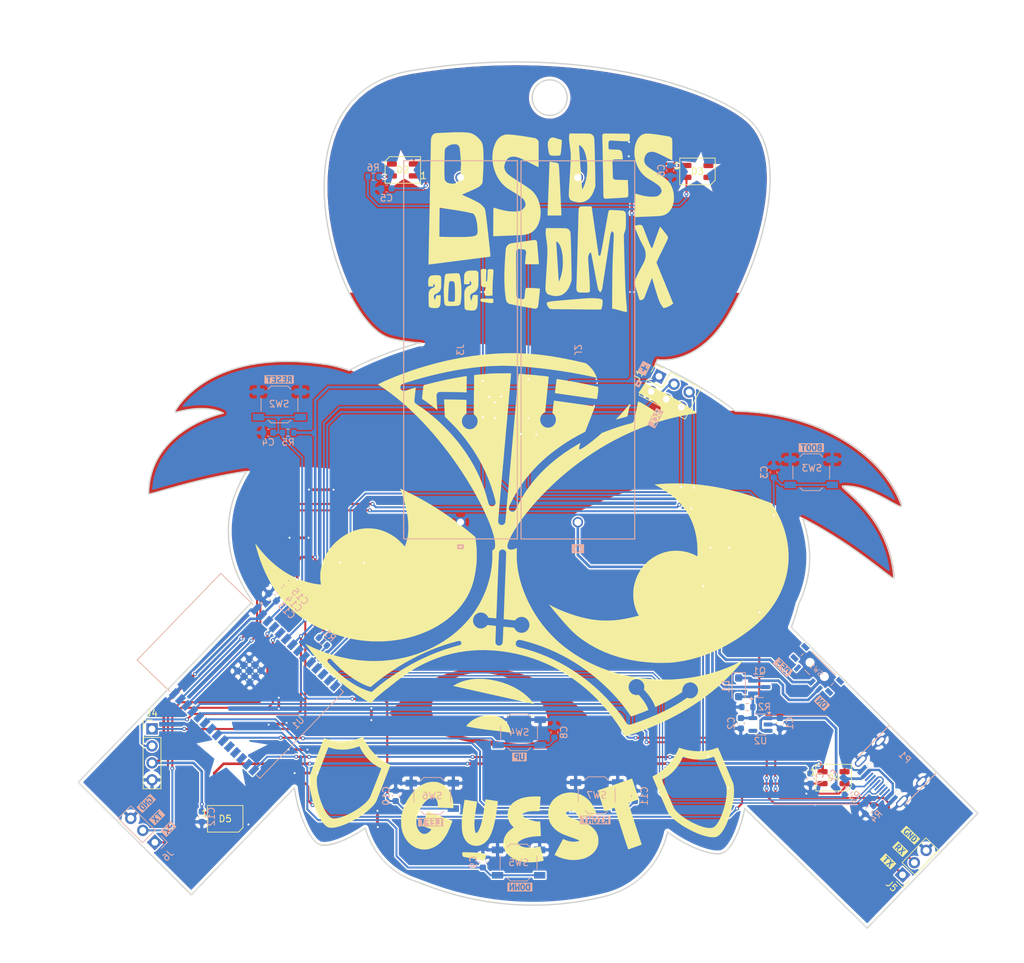
<source format=kicad_pcb>
(kicad_pcb (version 20240108) (generator "pcbnew") (generator_version "8.0")
  (layers (0 "F.Cu" signal) (31 "B.Cu" signal) (34 "B.Paste" user) (35 "F.Paste" user) (36 "B.SilkS" user "B.Silkscreen") (37 "F.SilkS" user "F.Silkscreen") (38 "B.Mask" user) (39 "F.Mask" user) (44 "Edge.Cuts" user))
  (net 0 "")
  (net 1 "GND")
  (net 2 "Net-(D1-A)")
  (net 3 "/VOUT")
  (net 4 "/BOOT")
  (net 5 "/EN")
  (net 6 "/LEFT")
  (net 7 "/UP")
  (net 8 "/RIGHT")
  (net 9 "/DOWN")
  (net 10 "Net-(D1-K)")
  (net 11 "VBUS")
  (net 12 "Net-(D2-DIN)")
  (net 13 "Net-(D2-DOUT)")
  (net 14 "Net-(D3-DOUT)")
  (net 15 "Net-(D4-DOUT)")
  (net 17 "Net-(F1-Pad1)")
  (net 18 "/GPIO2")
  (net 19 "/GPIO3")
  (net 20 "Net-(J2-Pin_1)")
  (net 21 "+BATT")
  (net 22 "/SCL")
  (net 23 "/SDA")
  (net 24 "Net-(P1-CC)")
  (net 25 "/D-")
  (net 26 "/D+")
  (net 27 "Net-(P1-VCONN)")
  (net 28 "/PIN")
  (net 29 "/RX")
  (net 31 "/TX")
  (net 34 "/RX1")
  (net 36 "/TX1")
  (net 37 "Net-(U1-IO8)")
  (footprint "bsides:Display OLED 128 x32" (layer "F.Cu") (at 69.28 123.98)
    (property "Reference" "J4")
    (property "Value" "OLED")
  )
  (footprint "kibuzzard-666B5A62" (layer "F.Cu") (at 179.32 143.81 -43.926)
    (property "Reference" "kibuzzard-666B5A62" (hide yes))
    (property "Value" "G***" (hide yes))
  )
  (footprint "LED_SMD:LED_WS2812B-Mini_PLCC4_3.5x3.5mm" (layer "F.Cu") (at 106.77 40.37 180)
    (property "Reference" "D2")
    (property "Value" "WS2812B")
  )
  (footprint "Connector_PinSocket_2.54mm:PinSocket_2x03_P2.54mm_Vertical" (layer "F.Cu") (at 145.063985 71.244318 62.5)
    (property "Reference" "J1")
    (property "Value" "Add_On")
  )
  (footprint "LED_SMD:LED_WS2812B-Mini_PLCC4_3.5x3.5mm" (layer "F.Cu") (at 171.17 131.27)
    (property "Reference" "D4")
    (property "Value" "WS2812B")
  )
  (footprint "kibuzzard-666B5A91" (layer "F.Cu") (at 181.14 141.97 -43.926)
    (property "Reference" "kibuzzard-666B5A91" (hide yes))
    (property "Value" "G***" (hide yes))
  )
  (footprint "Guest:Badge_Guest_Bsides_2024_CDMX (1)" (layer "F.Cu") (at 125.11 89.32)
    (property "Reference" "Ref**" (hide yes))
    (property "Value" "Val**" (hide yes))
  )
  (footprint "LED_SMD:LED_WS2812B-Mini_PLCC4_3.5x3.5mm" (layer "F.Cu") (at 80.22 137.42)
    (property "Reference" "D5")
    (property "Value" "WS2812B")
  )
  (footprint "kibuzzard-666B5AA1" (layer "F.Cu") (at 182.65 139.88 -43.926)
    (property "Reference" "kibuzzard-666B5AA1" (hide yes))
    (property "Value" "G***" (hide yes))
  )
  (footprint "LED_SMD:LED_WS2812B-Mini_PLCC4_3.5x3.5mm" (layer "F.Cu") (at 150.82 40.585)
    (property "Reference" "D3")
    (property "Value" "WS2812B")
  )
  (footprint "Connector_PinHeader_2.54mm:PinHeader_1x03_P2.54mm_Vertical" (layer "F.Cu") (at 181.48 145.808801 136.074)
    (property "Reference" "J5")
    (property "Value" "Serial_IN")
  )
  (footprint "Capacitor_SMD:C_0603_1608Metric" (layer "B.Cu") (at 88.33 103.23 136)
    (property "Reference" "C14")
    (property "Value" "10uF")
  )
  (footprint "Capacitor_SMD:C_0603_1608Metric" (layer "B.Cu") (at 89.352512 102.16164 136)
    (property "Reference" "C15")
    (property "Value" "10uF")
  )
  (footprint "Resistor_SMD:R_0603_1608Metric" (layer "B.Cu") (at 94.83 110.92 136)
    (property "Reference" "R1")
    (property "Value" "3.3K")
  )
  (footprint "bsides:XCVR_ESP32-C6-WROOM-1-N8" (layer "B.Cu") (at 82.476979 116.051798 -134)
    (property "Reference" "U1")
    (property "Value" "ESP32-C6-WROOM-1U-N4")
  )
  (footprint "kibuzzard-666B5BCA" (layer "B.Cu") (at 142.85 70.05 62.5)
    (property "Reference" "kibuzzard-666B5BCA" (hide yes))
    (property "Value" "G***" (hide yes))
  )
  (footprint "Capacitor_SMD:C_0603_1608Metric" (layer "B.Cu") (at 76.72 137.11 90)
    (property "Reference" "C12")
    (property "Value" "0.1uF")
  )
  (footprint "Capacitor_SMD:C_0603_1608Metric" (layer "B.Cu") (at 162.22 85.59 -90)
    (property "Reference" "C3")
    (property "Value" "0.1uF")
  )
  (footprint "Button_Switch_SMD:SW_SPST_TL3342" (layer "B.Cu") (at 88.33 75.45 180)
    (property "Reference" "SW2")
    (property "Value" "~")
  )
  (footprint "Resistor_SMD:R_0603_1608Metric" (layer "B.Cu") (at 89.625 79.67)
    (property "Reference" "R5")
    (property "Value" "10K")
  )
  (footprint "Package_TO_SOT_SMD:SOT-23-5" (layer "B.Cu") (at 160.24 123.315 180)
    (property "Reference" "U2")
    (property "Value" "AP2112K-3.3")
  )
  (footprint "kibuzzard-666B5E64" (layer "B.Cu") (at 135.53 137.6 180)
    (property "Reference" "kibuzzard-666B5E64" (hide yes))
    (property "Value" "G***" (hide yes))
  )
  (footprint "Capacitor_SMD:C_0603_1608Metric" (layer "B.Cu") (at 118.74 143.94 -90)
    (property "Reference" "C9")
    (property "Value" "0.1uF")
  )
  (footprint "Capacitor_SMD:C_0603_1608Metric" (layer "B.Cu") (at 157.3 123.13 -90)
    (property "Reference" "C2")
    (property "Value" "10uF")
  )
  (footprint "kibuzzard-666B5A62" (layer "B.Cu") (at 70.03 137.19 -134.889)
    (property "Reference" "kibuzzard-666B5A62" (hide yes))
    (property "Value" "G***" (hide yes))
  )
  (footprint "Capacitor_SMD:C_0603_1608Metric" (layer "B.Cu") (at 146.74 40.46 90)
    (property "Reference" "C6")
    (property "Value" "0.1uF")
  )
  (footprint "kibuzzard-666B5A91" (layer "B.Cu") (at 71.74 138.94 -134.889)
    (property "Reference" "kibuzzard-666B5A91" (hide yes))
    (property "Value" "G***" (hide yes))
  )
  (footprint "Guest:BATT_8BH-AA-A1AJ020_MYG" (layer "B.Cu") (at 132.9357 41.511605 90)
    (property "Reference" "J2")
    (property "Value" "Battery")
  )
  (footprint "kibuzzard-666B5E96" (layer "B.Cu") (at 110.93 137.94 180)
    (property "Reference" "kibuzzard-666B5E96" (hide yes))
    (property "Value" "G***" (hide yes))
  )
  (footprint "Capacitor_SMD:C_0603_1608Metric" (layer "B.Cu") (at 163.15 123.14 -90)
    (property "Reference" "C1")
    (property "Value" "10uF")
  )
  (footprint "Button_Switch_SMD:SW_SPST_TL3342" (layer "B.Cu") (at 111.17 133.99 180)
    (property "Reference" "SW6")
    (property "Value" "~" (hide yes))
  )
  (footprint "Button_Switch_SMD:SW_SPST_TL3342" (layer "B.Cu") (at 124.08 143.97 180)
    (property "Reference" "SW5")
    (property "Value" "~" (hide yes))
  )
  (footprint "kibuzzard-666B5ECE" (layer "B.Cu") (at 167.84 81.91 180)
    (property "Reference" "kibuzzard-666B5ECE" (hide yes))
    (property "Value" "G***" (hide yes))
  )
  (footprint "Button_Switch_SMD:SW_SPST_TL3342" (layer "B.Cu") (at 135.75 133.895 180)
    (property "Reference" "SW7")
    (property "Value" "~" (hide yes))
  )
  (footprint "Button_Switch_SMD:SW_SPST_TL3342" (layer "B.Cu") (at 124.15 124.49 180)
    (property "Reference" "SW4")
    (property "Value" "~" (hide yes))
  )
  (footprint "bsides:MSK12C02" (layer "B.Cu") (at 168.72 115.09 -44.5)
    (property "Reference" "SW1")
    (property "Value" "ON" (hide yes))
  )
  (footprint "Capacitor_SMD:C_0603_1608Metric" (layer "B.Cu") (at 87.307488 104.28836 136)
    (property "Reference" "C13")
    (property "Value" "1uF")
  )
  (footprint "Capacitor_SMD:C_0603_1608Metric" (layer "B.Cu") (at 105.7 133.99 -90)
    (property "Reference" "C10")
    (property "Value" "0.1uF")
  )
  (footprint "Resistor_SMD:R_0603_1608Metric" (layer "B.Cu") (at 176.52 136.06 45.5)
    (property "Reference" "R4")
    (property "Value" "5k1")
  )
  (footprint "kibuzzard-666B5BCA" (layer "B.Cu") (at 132.94 97.02)
    (property "Reference" "kibuzzard-666B5BCA" (hide yes))
    (property "Value" "G***" (hide yes))
  )
  (footprint "Resistor_SMD:R_0603_1608Metric" (layer "B.Cu") (at 173.44 133.18 45.5)
    (property "Reference" "R3")
    (property "Value" "5k1")
  )
  (footprint "Guest:BATT_8BH-AA-A1AJ020_MYG" (layer "B.Cu") (at 115.4 93.05 -90)
    (property "Reference" "J3")
    (property "Value" "Battery")
  )
  (footprint "bsides:C393939" (layer "B.Cu") (at 178.31 131.7875 -44.5)
    (property "Reference" "P1")
    (property "Value" "USB_C_Plug_USB2.0" (hide yes))
  )
  (footprint "kibuzzard-666B5EA2" (layer "B.Cu") (at 124.2 128.18 180)
    (property "Reference" "kibuzzard-666B5EA2" (hide yes))
    (property "Value" "G***" (hide yes))
  )
  (footprint "Package_TO_SOT_SMD:SOT-23" (layer "B.Cu") (at 160.065 117.7175)
    (property "Reference" "Q1")
    (property "Value" "DMG3415U-7")
  )
  (footprint "Resistor_SMD:R_0603_1608Metric" (layer "B.Cu") (at 158.2775 120.7075 180)
    (property "Reference" "R2")
    (property "Value" "100K")
  )
  (footprint "kibuzzard-666C662F" (layer "B.Cu") (at 88.28 71.7 180)
    (property "Reference" "kibuzzard-666C662F" (hide yes))
    (property "Value" "G***" (hide yes))
  )
  (footprint "Fuse:Fuse_0805_2012Metric" (layer "B.Cu") (at 172.13 132.09 -134.5)
    (property "Reference" "F1")
    (property "Value" "0.75A")
  )
  (footprint "Capacitor_SMD:C_0603_1608Metric" (layer "B.Cu") (at 86.645 79.67)
    (property "Reference" "C4")
    (property "Value" "0.1uF")
  )
  (footprint "kibuzzard-666B5C0A" (layer "B.Cu") (at 115.39 96.73 180)
    (property "Reference" "kibuzzard-666B5C0A" (hide yes))
    (property "Value" "G***" (hide yes))
  )
  (footprint "Button_Switch_SMD:SW_SPST_TL3342" (layer "B.Cu") (at 167.83 85.58 180)
    (property "Reference" "SW3")
    (property "Value" "~")
  )
  (footprint "Resistor_SMD:R_0603_1608Metric" (layer "B.Cu") (at 102.37 41.38)
    (property "Reference" "R6")
    (property "Value" "470")
  )
  (footprint "Capacitor_SMD:C_0603_1608Metric" (layer "B.Cu") (at 104.32 43.15)
    (property "Reference" "C5")
    (property "Value" "0.1uF")
  )
  (footprint "Capacitor_SMD:C_0603_1608Metric" (layer "B.Cu") (at 141.45 134.02 -90)
    (property "Reference" "C11")
    (property "Value" "0.1uF")
  )
  (footprint "Diode_SMD:D_SOD-123F" (layer "B.Cu") (at 156.9775 117.7575 -90)
    (property "Reference" "D1")
    (property "Value" "MBR120")
  )
  (footprint "kibuzzard-666B5C0A" (layer "B.Cu") (at 142 72.33 62.5)
    (property "Reference" "kibuzzard-666B5C0A" (hide yes))
    (property "Value" "G***" (hide yes))
  )
  (footprint "kibuzzard-666B5E3B" (layer "B.Cu") (at 163.59 114.74 135.5)
    (property "Reference" "kibuzzard-666B5E3B" (hide yes))
    (property "Value" "G***" (hide yes))
  )
  (footprint "Connector_PinSocket_2.54mm:PinSocket_1x03_P2.54mm_Vertical" (layer "B.Cu") (at 69.699055 140.945137 45.111)
    (property "Reference" "J6")
    (property "Value" "Serial_OUT")
  )
  (footprint "Capacitor_SMD:C_0603_1608Metric" (layer "B.Cu") (at 129.43 124.49 -90)
    (property "Reference" "C8")
    (property "Value" "0.1uF")
  )
  (footprint "kibuzzard-666B5E08" (layer "B.Cu") (at 169.429836 120.110185 135.5)
    (property "Reference" "kibuzzard-666B5E08" (hide yes))
    (property "Value" "G***" (hide yes))
  )
  (footprint "kibuzzard-666B5C33" (layer "B.Cu") (at 144.56 77.5 -117.5)
    (property "Reference" "kibuzzard-666B5C33" (hide yes))
    (property "Value" "G***" (hide yes))
  )
  (footprint "kibuzzard-666B5E88" (layer "B.Cu") (at 124.27 147.64 180)
    (property "Reference" "kibuzzard-666B5E88" (hide yes))
    (property "Value" "G***" (hide yes))
  )
  (footprint "kibuzzard-666B5AA1" (layer "B.Cu") (at 68.41 135.12 -134.889)
    (property "Reference" "kibuzzard-666B5AA1" (hide yes))
    (property "Value" "G***" (hide yes))
  )
  (footprint "Capacitor_SMD:C_0603_1608Metric" (layer "B.Cu") (at 167.71 131.4 90)
    (property "Reference" "C7")
    (property "Value" "0.1uF")
  )
  (gr_curve (pts (xy 144.537822 69.386059) (xy 144.636673 69.17424) (xy 144.73197 68.962446) (xy 144.823754 68.750627)) (stroke (width 0.2)) (layer "Edge.Cuts"))
  (gr_curve (pts (xy 137.124773 148.979272) (xy 139.52167 148.372567) (xy 141.576125 147.108912) (xy 143.154054 145.432381)) (stroke (width 0.2)) (layer "Edge.Cuts"))
  (gr_curve (pts (xy 144.823754 68.750627) (xy 144.823754 68.750627) (xy 151.036604 69.928148) (xy 155.675033 61.685569)) (stroke (width 0.2)) (layer "Edge.Cuts"))
  (gr_curve (pts (xy 98.735802 70.358944) (xy 97.577966 69.924572) (xy 96.391865 69.612245) (xy 95.191669 69.439912)) (stroke (width 0.2)) (layer "Edge.Cuts"))
  (gr_curve (pts (xy 156.49399 76.454714) (xy 156.49399 76.454714) (xy 151.90143 72.663705) (xy 144.569592 69.321443)) (stroke (width 0.2)) (layer "Edge.Cuts"))
  (gr_curve (pts (xy 180.176903 101.430141) (xy 179.552083 91.665418) (xy 171.284782 87.669777) (xy 172.622653 87.633867)) (stroke (width 0.2)) (layer "Edge.Cuts"))
  (gr_curve (pts (xy 143.154054 145.432381) (xy 144.731963 143.755872) (xy 145.840396 141.662912) (xy 146.345185 139.401235)) (stroke (width 0.2)) (layer "Edge.Cuts"))
  (gr_curve (pts (xy 166.554544 92.48392) (xy 174.758308 96.730862) (xy 180.212193 101.965043) (xy 180.176903 101.430141)) (stroke (width 0.2)) (layer "Edge.Cuts"))
  (gr_curve (pts (xy 94.305634 141.264433) (xy 95.604678 141.784982) (xy 98.696979 140.510546) (xy 101.146813 138.830444)) (stroke (width 0.2)) (layer "Edge.Cuts"))
  (gr_curve (pts (xy 110.808475 147.568417) (xy 119.245231 150.695288) (xy 128.412686 151.190708) (xy 137.124773 148.979272)) (stroke (width 0.2)) (layer "Edge.Cuts"))
  (gr_curve (pts (xy 144.569592 69.321443) (xy 144.559002 69.342983) (xy 144.548412 69.364523) (xy 144.537822 69.386059)) (stroke (width 0.2)) (layer "Edge.Cuts"))
  (gr_curve (pts (xy 154.633687 142.520919) (xy 155.953911 141.935754) (xy 157.344739 138.902243) (xy 157.874242 135.879474)) (stroke (width 0.2)) (layer "Edge.Cuts"))
  (gr_curve (pts (xy 72.87487 76.612687) (xy 73.923297 76.318306) (xy 77.499211 75.463893) (xy 79.931398 76.741922)) (stroke (width 0.2)) (layer "Edge.Cuts"))
  (gr_curve (pts (xy 155.675033 61.685569) (xy 160.751202 52.667564) (xy 164.701298 38.408191) (xy 158.537897 32.847331)) (stroke (width 0.2)) (layer "Edge.Cuts"))
  (gr_line (start 176.2021 153.779069) (end 192.750835 136.597475) (stroke (width 0.2)) (layer "Edge.Cuts"))
  (gr_curve (pts (xy 165.957971 105.296524) (xy 167.009931 103.149729) (xy 167.571194 100.823436) (xy 167.595904 98.418152)) (stroke (width 0.2)) (layer "Edge.Cuts"))
  (gr_curve (pts (xy 164.846029 108.793152) (xy 165.294327 107.655138) (xy 165.664997 106.488398) (xy 165.957971 105.296524)) (stroke (width 0.2)) (layer "Edge.Cuts"))
  (gr_line (start 192.750835 136.597475) (end 164.846029 108.793152) (stroke (width 0.2)) (layer "Edge.Cuts"))
  (gr_curve (pts (xy 104.818041 65.516071) (xy 106.240629 65.910982) (xy 107.860919 66.13715) (xy 109.590615 66.269979)) (stroke (width 0.2)) (layer "Edge.Cuts"))
  (gr_curve (pts (xy 109.216432 66.241259) (xy 102.812972 68.007517) (xy 98.735802 70.358944) (xy 98.735802 70.358944)) (stroke (width 0.2)) (layer "Edge.Cuts"))
  (gr_line (start 75.144694 148.79978) (end 90.577932 132.781333) (stroke (width 0.2)) (layer "Edge.Cuts"))
  (gr_curve (pts (xy 131.342596 29.569688) (xy 131.332006 31.037997) (xy 130.152983 32.21909) (xy 128.709215 32.20833)) (stroke (width 0.2)) (layer "Edge.Cuts"))
  (gr_curve (pts (xy 128.709215 32.20833) (xy 127.265426 32.19755) (xy 126.10406 30.99851) (xy 126.114636 29.530205)) (stroke (width 0.2)) (layer "Edge.Cuts"))
  (gr_curve (pts (xy 68.765944 88.814992) (xy 68.762411 89.116539) (xy 75.356485 86.650229) (xy 83.390815 85.45119)) (stroke (width 0.2)) (layer "Edge.Cuts"))
  (gr_curve (pts (xy 72.73015 76.422408) (xy 72.670147 76.522938) (xy 72.761931 76.644986) (xy 72.87487 76.612687)) (stroke (width 0.2)) (layer "Edge.Cuts"))
  (gr_curve (pts (xy 83.390815 85.45119) (xy 82.734234 86.470731) (xy 81.954093 88.107754) (xy 81.5446 89.278088)) (stroke (width 0.2)) (layer "Edge.Cuts"))
  (gr_curve (pts (xy 95.191669 69.439912) (xy 79.041826 67.124399) (xy 73.658545 74.828461) (xy 72.73015 76.422408)) (stroke (width 0.2)) (layer "Edge.Cuts"))
  (gr_curve (pts (xy 146.345185 139.401235) (xy 148.893871 141.408039) (xy 153.122828 143.18865) (xy 154.633687 142.520919)) (stroke (width 0.2)) (layer "Edge.Cuts"))
  (gr_curve (pts (xy 79.931398 76.741922) (xy 79.931398 76.741922) (xy 68.875371 79.093349) (xy 68.765944 88.814992)) (stroke (width 0.2)) (layer "Edge.Cuts"))
  (gr_curve (pts (xy 81.5446 89.278088) (xy 79.705474 94.555348) (xy 80.93038 100.292109) (xy 84.322747 104.901638)) (stroke (width 0.2)) (layer "Edge.Cuts"))
  (gr_curve (pts (xy 101.146813 138.830444) (xy 102.177572 142.294751) (xy 104.648586 145.28161) (xy 108.266857 146.624255)) (stroke (width 0.2)) (layer "Edge.Cuts"))
  (gr_curve (pts (xy 107.885629 25.541756) (xy 86.310124 29.199935) (xy 96.561317 63.236443) (xy 104.818041 65.516071)) (stroke (width 0.2)) (layer "Edge.Cuts"))
  (gr_line (start 58.25 131.97) (end 75.144694 148.79978) (stroke (width 0.2)) (layer "Edge.Cuts"))
  (gr_curve (pts (xy 172.622653 87.633867) (xy 177.250527 87.522578) (xy 181.828953 91.927479) (xy 181.250022 90.376608)) (stroke (width 0.2)) (layer "Edge.Cuts"))
  (gr_curve (pts (xy 167.595904 98.418152) (xy 167.617084 96.544177) (xy 167.165252 94.232236) (xy 166.554544 92.48392)) (stroke (width 0.2)) (layer "Edge.Cuts"))
  (gr_curve (pts (xy 181.250022 90.376608) (xy 178.40836 82.787407) (xy 168.753765 76.616266) (xy 156.49399 76.454714)) (stroke (width 0.2)) (layer "Edge.Cuts"))
  (gr_line (start 84.322747 104.901638) (end 58.25 131.97) (stroke (width 0.2)) (layer "Edge.Cuts"))
  (gr_curve (pts (xy 90.577932 132.781333) (xy 90.902687 136.062569) (xy 92.720658 140.629026) (xy 94.305634 141.264433)) (stroke (width 0.2)) (layer "Edge.Cuts"))
  (gr_line (start 108.266857 146.624255) (end 110.808475 147.568417) (stroke (width 0.2)) (layer "Edge.Cuts"))
  (gr_curve (pts (xy 126.114636 29.530205) (xy 126.125226 28.061918) (xy 127.304253 26.880807) (xy 128.748038 26.891584)) (stroke (width 0.2)) (layer "Edge.Cuts"))
  (gr_curve (pts (xy 158.537897 32.847331) (xy 153.144004 27.975741) (xy 132.64164 21.34867) (xy 107.885629 25.541756)) (stroke (width 0.2)) (layer "Edge.Cuts"))
  (gr_curve (pts (xy 109.590615 66.269979) (xy 109.467071 66.259209) (xy 109.339997 66.252029) (xy 109.216432 66.241259)) (stroke (width 0.2)) (layer "Edge.Cuts"))
  (gr_curve (pts (xy 128.748038 26.891584) (xy 130.191806 26.902344) (xy 131.353193 28.101404) (xy 131.342596 29.569688)) (stroke (width 0.2)) (layer "Edge.Cuts"))
  (gr_line (start 157.874242 135.879474) (end 176.2021 153.779069) (stroke (width 0.2)) (layer "Edge.Cuts"))
  (segment (start 89.69 127.07) (end 89.68 127.06) (width 0.2) (layer "F.Cu") (net 1))
  (segment (start 155.57 96.86) (end 152.75 96.86) (width 0.4) (layer "F.Cu") (net 1))
  (segment (start 93.98 130.57) (end 90.61 130.57) (width 0.4) (layer "F.Cu") (net 1))
  (segment (start 88.23 119.32) (end 88.22 119.31) (width 0.4) (layer "F.Cu") (net 1))
  (segment (start 88.23 120.95) (end 88.23 119.32) (width 0.4) (layer "F.Cu") (net 1))
  (segment (start 86.81 123.26) (end 86.72 123.35) (width 0.4) (layer "F.Cu") (net 1))
  (segment (start 172.81 132.16) (end 172.81 132.81) (width 0.3) (layer "F.Cu") (net 1))
  (segment (start 89.4 123.07) (end 89.21 123.26) (width 0.4) (layer "F.Cu") (net 1))
  (segment (start 172.81 132.81) (end 171.96 133.66) (width 0.3) (layer "F.Cu") (net 1))
  (segment (start 90.61 130.57) (end 90.59 130.59) (width 0.2) (layer "F.Cu") (net 1))
  (segment (start 102.98 138.61) (end 103.03 138.66) (width 0.4) (layer "F.Cu") (net 1))
  (segment (start 83.65 138.31) (end 83.69 138.27) (width 0.3) (layer "F.Cu") (net 1))
  (segment (start 121.43 74.3) (end 121.46 74.27) (width 0.4) (layer "F.Cu") (net 1))
  (segment (start 102.07 120.89) (end 102.07 122.66) (width 0.4) (layer "F.Cu") (net 1))
  (segment (start 97.34 99.1) (end 97.32 99.08) (width 0.4) (layer "F.Cu") (net 1))
  (segment (start 105.13 39.48) (end 105.13 38.36) (width 0.3) (layer "F.Cu") (net 1))
  (segment (start 89.21 123.26) (end 86.81 123.26) (width 0.4) (layer "F.Cu") (net 1))
  (segment (start 92.76 88.2) (end 92.74 88.18) (width 0.4) (layer "F.Cu") (net 1))
  (segment (start 105.13 38.36) (end 104.98 38.21) (width 0.3) (layer "F.Cu") (net 1))
  (segment (start 92.67 95.39) (end 89.85 95.39) (width 0.4) (layer "F.Cu") (net 1))
  (segment (start 96.41 88.2) (end 92.76 88.2) (width 0.4) (layer "F.Cu") (net 1))
  (segment (start 126.66 79.88) (end 126.73 79.95) (width 0.4) (layer "F.Cu") (net 1))
  (segment (start 81.86 138.31) (end 83.65 138.31) (width 0.3) (layer "F.Cu") (net 1))
  (segment (start 171.96 133.66) (end 167.1 133.66) (width 0.3) (layer "F.Cu") (net 1))
  (segment (start 102.98 136.23) (end 102.98 138.61) (width 0.4) (layer "F.Cu") (net 1))
  (segment (start 92.51 127.07) (end 89.69 127.07) (width 0.4) (layer "F.Cu") (net 1))
  (segment (start 100.93 99.1) (end 97.34 99.1) (width 0.4) (layer "F.Cu") (net 1))
  (segment (start 94.01 130.54) (end 93.98 130.57) (width 0.4) (layer "F.Cu") (net 1))
  (via (at 100.93 99.1) (size 0.6) (drill 0.3) (layers "F.Cu" "B.Cu") (net 1))
  (via (at 124.41 79.88) (size 0.6) (drill 0.3) (layers "F.Cu" "B.Cu") (net 1))
  (via (at 88.23 120.95) (size 0.6) (drill 0.3) (layers "F.Cu" "B.Cu") (net 1))
  (via (at 102.98 136.23) (size 0.6) (drill 0.3) (layers "F.Cu" "B.Cu") (net 1))
  (via (at 126.73 79.95) (size 0.6) (drill 0.3) (layers "F.Cu" "B.Cu") (net 1))
  (via (at 88.22 119.31) (size 0.6) (drill 0.3) (layers "F.Cu" "B.Cu") (net 1))
  (via (at 167.1 133.66) (size 0.6) (drill 0.3) (layers "F.Cu" "B.Cu") (net 1))
  (via (at 89.4 123.07) (size 0.6) (drill 0.3) (layers "F.Cu" "B.Cu") (net 1))
  (via (at 140.55 38.33) (size 0.6) (drill 0.3) (layers "F.Cu" "B.Cu") (net 1))
  (via (at 103.03 138.66) (size 0.6) (drill 0.3) (layers "F.Cu" "B.Cu") (net 1))
  (via (at 121.46 74.27) (size 0.6) (drill 0.3) (layers "F.Cu" "B.Cu") (net 1))
  (via (at 102.07 122.66) (size 0.6) (drill 0.3) (layers "F.Cu" "B.Cu") (net 1))
  (via (at 92.67 95.39) (size 0.6) (drill 0.3) (layers "F.Cu" "B.Cu") (net 1))
  (via (at 152.74 96.85) (size 0.6) (drill 0.3) (layers "F.Cu" "B.Cu") (net 1))
  (via (at 155.42 132.76) (size 0.6) (drill 0.3) (layers "F.Cu" "B.Cu") (net 1))
  (via (at 140.59 36.18) (size 0.6) (drill 0.3) (layers "F.Cu" "B.Cu") (net 1))
  (via (at 102.07 120.89) (size 0.6) (drill 0.3) (layers "F.Cu" "B.Cu") (net 1))
  (via (at 92.74 88.18) (size 0.6) (drill 0.3) (layers "F.Cu" "B.Cu") (net 1))
  (via (at 86.71 123.34) (size 0.6) (drill 0.3) (layers "F.Cu" "B.Cu") (net 1))
  (via (at 152.42 128.04) (size 0.6) (drill 0.3) (layers "F.Cu" "B.Cu") (net 1))
  (via (at 94.01 130.54) (size 0.6) (drill 0.3) (layers "F.Cu" "B.Cu") (net 1))
  (via (at 155.57 96.86) (size 0.6) (drill 0.3) (layers "F.Cu" "B.Cu") (net 1))
  (via (at 89.84 95.38) (size 0.6) (drill 0.3) (layers "F.Cu" "B.Cu") (net 1))
  (via (at 90.59 130.59) (size 0.6) (drill 0.3) (layers "F.Cu" "B.Cu") (net 1))
  (via (at 97.32 99.08) (size 0.6) (drill 0.3) (layers "F.Cu" "B.Cu") (net 1))
  (via (at 92.51 127.07) (size 0.6) (drill 0.3) (layers "F.Cu" "B.Cu") (net 1))
  (via (at 119.65 74.3) (size 0.6) (drill 0.3) (layers "F.Cu" "B.Cu") (net 1))
  (via (at 83.69 138.27) (size 0.6) (drill 0.3) (layers "F.Cu" "B.Cu") (net 1))
  (via (at 96.41 88.2) (size 0.6) (drill 0.3) (layers "F.Cu" "B.Cu") (net 1))
  (via (at 89.68 127.06) (size 0.6) (drill 0.3) (layers "F.Cu" "B.Cu") (net 1))
  (segment (start 172.465182 134.165) (end 167.42 134.165) (width 0.3) (layer "B.Cu") (net 1))
  (segment (start 174.213022 130.133022) (end 173.31 129.23) (width 0.3) (layer "B.Cu") (net 1))
  (segment (start 172.861751 133.768431) (end 172.465182 134.165) (width 0.3) (layer "B.Cu") (net 1))
  (segment (start 162.55 123.315) (end 163.15 123.915) (width 0.3) (layer "B.Cu") (net 1))
  (segment (start 161.3775 123.315) (end 162.55 123.315) (width 0.3) (layer "B.Cu") (net 1))
  (segment (start 140.59 36.18) (end 140.59 38.29) (width 0.4) (layer "B.Cu") (net 1))
  (segment (start 84.067415 106.103673) (end 82.457156 107.775422) (width 0.3) (layer "B.Cu") (net 1))
  (segment (start 73.707108 117.6) (end 73.79 117.6) (width 0.4) (layer "B.Cu") (net 1))
  (segment (start 173.31 129.23) (end 173.31 128.97) (width 0.3) (layer "B.Cu") (net 1))
  (segment (start 140.59 38.29) (end 140.55 38.33) (width 0.4) (layer "B.Cu") (net 1))
  (segment (start 84.771512 106.103673) (end 84.067415 106.103673) (width 0.3) (layer "B.Cu") (net 1))
  (segment (start 175.449348 130.133022) (end 174.213022 130.133022) (width 0.3) (layer "B.Cu") (net 1))
  (segment (start 72.614991 118.692117) (end 73.707108 117.6) (width 0.4) (layer "B.Cu") (net 1))
  (segment (start 159.1025 120.7075) (end 159.1025 118.6925) (width 0.4) (layer "B.Cu") (net 2))
  (segment (start 158.6375 119.1575) (end 159.1275 118.6675) (width 0.4) (layer "B.Cu") (net 2))
  (segment (start 159.0925 122.355) (end 159.1025 122.365) (width 0.4) (layer "B.Cu") (net 2))
  (segment (start 159.1025 118.6925) (end 159.1275 118.6675) (width 0.4) (layer "B.Cu") (net 2))
  (segment (start 156.9775 119.1575) (end 158.6375 119.1575) (width 0.4) (layer "B.Cu") (net 2))
  (segment (start 159.1025 120.7075) (end 159.1025 122.365) (width 0.4) (layer "B.Cu") (net 2))
  (segment (start 157.3 122.355) (end 159.0925 122.355) (width 0.4) (layer "B.Cu") (net 2))
  (segment (start 79.98 129.19) (end 78.58 130.59) (width 0.4) (layer "F.Cu") (net 3))
  (segment (start 147.725 39.695) (end 147.48 39.45) (width 0.4) (layer "F.Cu") (net 3))
  (segment (start 93.67 108.7) (end 94.15 109.18) (width 0.4) (layer "F.Cu") (net 3))
  (segment (start 147.48 39.45) (end 141.56 39.45) (width 0.4) (layer "F.Cu") (net 3))
  (segment (start 75.7 115.78) (end 71.03 120.45) (width 0.4) (layer "F.Cu") (net 3))
  (segment (start 71.03 127.94) (end 69.91 129.06) (width 0.4) (layer "F.Cu") (net 3))
  (segment (start 141.56 39.45) (end 140.97 39.45) (width 0.4) (layer "F.Cu") (net 3))
  (segment (start 141 39.93) (end 141.48 39.45) (width 0.4) (layer "F.Cu") (net 3))
  (segment (start 93.67 98.29) (end 93.67 108.7) (width 0.4) (layer "F.Cu") (net 3))
  (segment (start 120.53 75.13) (end 120.55 75.15) (width 0.4) (layer "F.Cu") (net 3))
  (segment (start 111.14 39.45) (end 109.33 41.26) (width 0.4) (layer "F.Cu") (net 3))
  (segment (start 140.46 39.45) (end 140.52 39.45) (width 0.4) (layer "F.Cu") (net 3))
  (segment (start 141 39.93) (end 141 39.48) (width 0.4) (layer "F.Cu") (net 3))
  (segment (start 109.33 41.26) (end 108.41 41.26) (width 0.4) (layer "F.Cu") (net 3))
  (segment (start 140.97 39.45) (end 140.46 39.45) (width 0.4) (layer "F.Cu") (net 3))
  (segment (start 93.67 98.29) (end 91.6 98.29) (width 0.4) (layer "F.Cu") (net 3))
  (segment (start 141 46.83) (end 141 39.93) (width 0.4) (layer "F.Cu") (net 3))
  (segment (start 168.94 129.14) (end 169.11 129.14) (width 0.4) (layer "F.Cu") (net 3))
  (segment (start 140.52 39.45) (end 141 39.93) (width 0.4) (layer "F.Cu") (net 3))
  (segment (start 91.6 98.29) (end 90.96 98.93) (width 0.4) (layer "F.Cu") (net 3))
  (segment (start 141 39.48) (end 140.97 39.45) (width 0.4) (layer "F.Cu") (net 3))
  (segment (start 116.43 129.17) (end 146.32 129.17) (width 0.4) (layer "F.Cu") (net 3))
  (segment (start 77.18 136.53) (end 78.58 136.53) (width 0.4) (layer "F.Cu") (net 3))
  (segment (start 76.72 136.07) (end 77.18 136.53) (width 0.4) (layer "F.Cu") (net 3))
  (segment (start 94.15 109.18) (end 95.36 109.18) (width 0.4) (layer "F.Cu") (net 3))
  (segment (start 76.72 135.24) (end 76.72 136.07) (width 0.4) (layer "F.Cu") (net 3))
  (segment (start 169.53 129.56) (end 169.53 130.38) (width 0.4) (layer "F.Cu") (net 3))
  (segment (start 110.2 42.71) (end 110.2 41.81) (width 0.3) (layer "F.Cu") (net 3))
  (segment (start 69.91 129.06) (end 69.28 129.06) (width 0.4) (layer "F.Cu") (net 3))
  (segment (start 90.96 98.93) (end 90.96 101.64) (width 0.4) (layer "F.Cu") (net 3))
  (segment (start 121.33 39.45) (end 111.14 39.45) (width 0.4) (layer "F.Cu") (net 3))
  (segment (start 120.55 75.15) (end 120.55 77.46) (width 0.4) (layer "F.Cu") (net 3))
  (segment (start 92.87 129.18) (end 92.86 129.19) (width 0.4) (layer "F.Cu") (net 3))
  (segment (start 78.58 130.59) (end 78.58 136.53) (width 0.4) (layer "F.Cu") (net 3))
  (segment (start 110.2 41.81) (end 109.65 41.26) (width 0.3) (layer "F.Cu") (net 3))
  (segment (start 109.65 41.26) (end 108.41 41.26) (width 0.3) (layer "F.Cu") (net 3))
  (segment (start 141.48 39.45) (end 141.56 39.45) (width 0.4) (layer "F.Cu") (net 3))
  (segment (start 169.11 129.14) (end 169.53 129.56) (width 0.4) (layer "F.Cu") (net 3))
  (segment (start 140.46 39.45) (end 121.33 39.45) (width 0.4) (layer "F.Cu") (net 3))
  (segment (start 147.725 39.695) (end 149.18 39.695) (width 0.4) (layer "F.Cu") (net 3))
  (segment (start 92.86 129.19) (end 79.98 129.19) (width 0.4) (layer "F.Cu") (net 3))
  (segment (start 71.03 120.45) (end 71.03 127.94) (width 0.4) (layer "F.Cu") (net 3))
  (via (at 93.67 98.29) (size 0.6) (drill 0.3) (layers "F.Cu" "B.Cu") (net 3))
  (via (at 147.725 39.695) (size 0.6) (drill 0.3) (layers "F.Cu" "B.Cu") (net 3))
  (via (at 90.96 101.64) (size 0.6) (drill 0.3) (layers "F.Cu" "B.Cu") (net 3))
  (via (at 146.32 129.17) (size 0.6) (drill 0.3) (layers "F.Cu" "B.Cu") (net 3))
  (via (at 168.94 129.14) (size 0.6) (drill 0.3) (layers "F.Cu" "B.Cu") (net 3))
  (via (at 141 46.83) (size 0.6) (drill 0.3) (layers "F.Cu" "B.Cu") (net 3))
  (via (at 120.53 75.13) (size 0.6) (drill 0.3) (layers "F.Cu" "B.Cu") (net 3))
  (via (at 95.36 109.18) (size 0.6) (drill 0.3) (layers "F.Cu" "B.Cu") (net 3))
  (via (at 76.72 135.24) (size 0.6) (drill 0.3) (layers "F.Cu" "B.Cu") (net 3))
  (via (at 116.43 129.17) (size 0.6) (drill 0.3) (layers "F.Cu" "B.Cu") (net 3))
  (via (at 75.7 115.78) (size 0.6) (drill 0.3) (layers "F.Cu" "B.Cu") (net 3))
  (via (at 92.87 129.18) (size 0.6) (drill 0.3) (layers "F.Cu" "B.Cu") (net 3))
  (via (at 110.2 42.71) (size 0.6) (drill 0.3) (layers "F.Cu" "B.Cu") (net 3))
  (via (at 120.55 77.46) (size 0.6) (drill 0.3) (layers "F.Cu" "B.Cu") (net 3))
  (segment (start 85.685073 106.985888) (end 85.705808 106.985888) (width 0.4) (layer "B.Cu") (net 3))
  (segment (start 144.338303 71.97) (end 141.48 71.97) (width 0.4) (layer "B.Cu") (net 3))
  (segment (start 154.12 92.09) (end 154.12 112.68) (width 0.4) (layer "B.Cu") (net 3))
  (segment (start 120.58 77.49) (end 120.58 86.2) (width 0.4) (layer "B.Cu") (net 3))
  (segment (start 119.86 72.87) (end 120.02 72.87) (width 0.4) (layer "B.Cu") (net 3))
  (segment (start 141.02 71.88) (end 141.11 71.97) (width 0.4) (layer "B.Cu") (net 3))
  (segment (start 95.36 109.18) (end 95.36 109.223452) (width 0.4) (layer "B.Cu") (net 3))
  (segment (start 95.63 72.87) (end 93.67 74.83) (width 0.4) (layer "B.Cu") (net 3))
  (segment (start 167.71 129.59) (end 168.16 129.14) (width 0.4) (layer "B.Cu") (net 3))
  (segment (start 123.94 89.56) (end 151.59 89.56) (width 0.4) (layer "B.Cu") (net 3))
  (segment (start 90.96 101.64) (end 90.96 101.65) (width 0.4) (layer "B.Cu") (net 3))
  (segment (start 130.96 72.87) (end 121.14 72.87) (width 0.4) (layer "B.Cu") (net 3))
  (segment (start 167.18 129.14) (end 146.35 129.14) (width 0.4) (layer "B.Cu") (net 3))
  (segment (start 145.063985 71.244318) (end 144.338303 71.97) (width 0.4) (layer "B.Cu") (net 3))
  (segment (start 141.02 71.43) (end 141.02 71.51) (width 0.4) (layer "B.Cu") (net 3))
  (segment (start 85.705808 106.985888) (end 87.864976 104.82672) (width 0.4) (layer "B.Cu") (net 3))
  (segment (start 93.67 74.83) (end 93.67 78.57) (width 0.4) (layer "B.Cu") (net 3))
  (segment (start 92.88 129.17) (end 116.43 129.17) (width 0.4) (layer "B.Cu") (net 3))
  (segment (start 155.07 113.63) (end 161.69 113.63) (width 0.4) (layer "B.Cu") (net 3))
  (segment (start 92.87 129.18) (end 92.88 129.17) (width 0.4) (layer "B.Cu") (net 3))
  (segment (start 76.72 135.24) (end 76.72 136.335) (width 0.4) (layer "B.Cu") (net 3))
  (segment (start 75.7 115.78) (end 83.963701 107.516299) (width 0.4) (layer "B.Cu") (net 3))
  (segment (start 75.46 129.06) (end 69.28 129.06) (width 0.4) (layer "B.Cu") (net 3))
  (segment (start 168.94 129.14) (end 168.16 129.14) (width 0.4) (layer "B.Cu") (net 3))
  (segment (start 93.67 79.18) (end 93.67 79.67) (width 0.4) (layer "B.Cu") (net 3))
  (segment (start 120.75 72.87) (end 120.87 72.87) (width 0.4) (layer "B.Cu") (net 3))
  (segment (start 147.725 39.695) (end 146.75 39.695) (width 0.4) (layer "B.Cu") (net 3))
  (segment (start 141.02 71.43) (end 140.48 71.97) (width 0.4) (layer "B.Cu") (net 3))
  (segment (start 93.12 79.67) (end 93.67 80.22) (width 0.4) (layer "B.Cu") (net 3))
  (segment (start 120.02 72.87) (end 120.52 73.37) (width 0.4) (layer "B.Cu") (net 3))
  (segment (start 93.67 78.57) (end 93.67 79.18) (width 0.4) (layer "B.Cu") (net 3))
  (segment (start 93.06 79.67) (end 93.67 79.67) (width 0.4) (layer "B.Cu") (net 3))
  (segment (start 141.02 46.85) (end 141.02 71.24) (width 0.4) (layer "B.Cu") (net 3))
  (segment (start 87.864976 104.790872) (end 88.887488 103.76836) (width 0.4) (layer "B.Cu") (net 3))
  (segment (start 110.2 42.71) (end 109.79 43.12) (width 0.3) (layer "B.Cu") (net 3))
  (segment (start 109.79 43.12) (end 105.125 43.12) (width 0.3) (layer "B.Cu") (net 3))
  (segment (start 151.59 89.56) (end 154.12 92.09) (width 0.4) (layer "B.Cu") (net 3))
  (segment (start 141.48 71.97) (end 141.11 71.97) (width 0.4) (layer "B.Cu") (net 3))
  (segment (start 146.35 129.14) (end 146.32 129.17) (width 0.4) (layer "B.Cu") (net 3))
  (segment (start 93.06 79.67) (end 93.12 79.67) (width 0.4) (layer "B.Cu") (net 3))
  (segment (start 141.02 71.51) (end 141.48 71.97) (width 0.4) (layer "B.Cu") (net 3))
  (segment (start 140.48 71.97) (end 131.86 71.97) (width 0.4) (layer "B.Cu") (net 3))
  (segment (start 141.02 71.24) (end 141.02 71.88) (width 0.4) (layer "B.Cu") (net 3))
  (segment (start 120.55 77.46) (end 120.58 77.49) (width 0.4) (layer "B.Cu") (net 3))
  (segment (start 88.887488 103.722512) (end 89.91 102.7) (width 0.4) (layer "B.Cu") (net 3))
  (segment (start 146.75 39.695) (end 146.74 39.685) (width 0.4) (layer "B.Cu") (net 3))
  (segment (start 121.14 72.87) (end 120.87 72.87) (width 0.4) (layer "B.Cu") (net 3))
  (segment (start 93.67 80.22) (end 93.67 98.29) (width 0.4) (layer "B.Cu") (net 3))
  (segment (start 168.16 129.14) (end 167.18 129.14) (width 0.4) (layer "B.Cu") (net 3))
  (segment (start 90.96 101.65) (end 89.91 102.7) (width 0.4) (layer "B.Cu") (net 3))
  (segment (start 165.030858 116.970858) (end 167.92321 116.970858) (width 0.4) (layer "B.Cu") (net 3))
  (segment (start 141 46.83) (end 141.02 46.85) (width 0.4) (layer "B.Cu") (net 3))
  (segment (start 76.72 135.24) (end 76.72 130.32) (width 0.4) (layer "B.Cu") (net 3))
  (segment (start 93.67 79.18) (end 93.18 79.67) (width 0.4) (layer "B.Cu") (net 3))
  (segment (start 105.125 43.12) (end 105.095 43.15) (width 0.3) (layer "B.Cu") (net 3))
  (segment (start 120.53 75.13) (end 120.52 75.12) (width 0.4) (layer "B.Cu") (net 3))
  (segment (start 120.52 73.37) (end 120.52 72.87) (width 0.4) (layer "B.Cu") (net 3))
  (segment (start 85.154662 107.516299) (end 85.685073 106.985888) (width 0.4) (layer "B.Cu") (net 3))
  (segment (start 121.02 72.87) (end 121.14 72.87) (width 0.4) (layer "B.Cu") (net 3))
  (segment (start 120.58 86.2) (end 123.94 89.56) (width 0.4) (layer "B.Cu") (net 3))
  (segment (start 141.11 71.97) (end 140.48 71.97) (width 0.4) (layer "B.Cu") (net 3))
  (segment (start 87.864976 104.82672) (end 87.864976 104.790872) (width 0.4) (layer "B.Cu") (net 3))
  (segment (start 90.45 79.67) (end 93.06 79.67) (width 0.4) (layer "B.Cu") (net 3))
  (segment (start 93.18 79.67) (end 93.06 79.67) (width 0.4) (layer "B.Cu") (net 3))
  (segment (start 83.963701 107.516299) (end 85.154662 107.516299) (width 0.4) (layer "B.Cu") (net 3))
  (segment (start 161.69 113.63) (end 165.030858 116.970858) (width 0.4) (layer "B.Cu") (net 3))
  (segment (start 120.75 72.87) (end 119.86 72.87) (width 0.4) (layer "B.Cu") (net 3))
  (segment (start 167.71 129.6) (end 167.71 130.625) (width 0.4) (layer "B.Cu") (net 3))
  (segment (start 167.71 129.6) (end 167.71 129.59) (width 0.4) (layer "B.Cu") (net 3))
  (segment (start 120.52 75.12) (end 120.52 73.37) (width 0.4) (layer "B.Cu") (net 3))
  (segment (start 154.12 112.68) (end 155.07 113.63) (width 0.4) (layer "B.Cu") (net 3))
  (segment (start 120.52 73.37) (end 121.02 72.87) (width 0.4) (layer "B.Cu") (net 3))
  (segment (start 93.67 79.67) (end 93.67 80.22) (width 0.4) (layer "B.Cu") (net 3))
  (segment (start 167.18 129.14) (end 167.64 129.6) (width 0.4) (layer "B.Cu") (net 3))
  (segment (start 119.86 72.87) (end 95.63 72.87) (width 0.4) (layer "B.Cu") (net 3))
  (segment (start 95.36 109.223452) (end 94.236545 110.346907) (width 0.4) (layer "B.Cu") (net 3))
  (segment (start 141.02 71.24) (end 141.02 71.43) (width 0.4) (layer "B.Cu") (net 3))
  (segment (start 131.86 71.97) (end 130.96 72.87) (width 0.4) (layer "B.Cu") (net 3))
  (segment (start 88.887488 103.76836) (end 88.887488 103.722512) (width 0.4) (layer "B.Cu") (net 3))
  (segment (start 167.64 129.6) (end 167.71 129.6) (width 0.4) (layer "B.Cu") (net 3))
  (segment (start 76.72 130.32) (end 75.46 129.06) (width 0.4) (layer "B.Cu") (net 3))
  (segment (start 161.09 100.6) (end 152.62 100.6) (width 0.3) (layer "F.Cu") (net 4))
  (segment (start 162.22 99.47) (end 161.09 100.6) (width 0.3) (layer "F.Cu") (net 4))
  (segment (start 90.82 128.13) (end 90.85 128.16) (width 0.3) (layer "F.Cu") (net 4))
  (segment (start 162.22 92.03) (end 162.22 99.47) (width 0.3) (layer "F.Cu") (net 4))
  (segment (start 152.62 100.6) (end 151.66 101.56) (width 0.3) (layer "F.Cu") (net 4))
  (segment (start 146.71 128.19) (end 117.23 128.19) (width 0.3) (layer "F.Cu") (net 4))
  (segment (start 90.85 128.16) (end 92.75 128.16) (width 0.3) (layer "F.Cu") (net 4))
  (segment (start 117.23 128.19) (end 117.2 128.16) (width 0.3) (layer "F.Cu") (net 4))
  (segment (start 151.66 101.56) (end 151.66 102.62) (width 0.3) (layer "F.Cu") (net 4))
  (via (at 151.66 102.62) (size 0.6) (drill 0.3) (layers "F.Cu" "B.Cu") (net 4))
  (via (at 117.2 128.16) (size 0.6) (drill 0.3) (layers "F.Cu" "B.Cu") (net 4))
  (via (at 162.22 92.03) (size 0.6) (drill 0.3) (layers "F.Cu" "B.Cu") (net 4))
  (via (at 92.75 128.16) (size 0.6) (drill 0.3) (layers "F.Cu" "B.Cu") (net 4))
  (via (at 146.71 128.19) (size 0.6) (drill 0.3) (layers "F.Cu" "B.Cu") (net 4))
  (via (at 90.82 128.13) (size 0.6) (drill 0.3) (layers "F.Cu" "B.Cu") (net 4))
  (segment (start 150.82 128.19) (end 151.66 127.35) (width 0.3) (layer "B.Cu") (net 4))
  (segment (start 162.22 92.03) (end 162.22 86.365) (width 0.3) (layer "B.Cu") (net 4))
  (segment (start 92.75 128.16) (end 117.2 128.16) (width 0.3) (layer "B.Cu") (net 4))
  (segment (start 170.98 87.48) (end 164.68 87.48) (width 0.3) (layer "B.Cu") (net 4))
  (segment (start 164.68 87.48) (end 163.335 87.48) (width 0.3) (layer "B.Cu") (net 4))
  (segment (start 151.66 127.35) (end 151.66 102.62) (width 0.3) (layer "B.Cu") (net 4))
  (segment (start 163.335 87.48) (end 162.22 86.365) (width 0.3) (layer "B.Cu") (net 4))
  (segment (start 90.82 128.13) (end 86.522219 128.13) (width 0.3) (layer "B.Cu") (net 4))
  (segment (start 86.522219 128.13) (end 84.491291 130.160928) (width 0.3) (layer "B.Cu") (net 4))
  (segment (start 146.71 128.19) (end 150.82 128.19) (width 0.3) (layer "B.Cu") (net 4))
  (segment (start 88.55 77.35) (end 88.63 77.35) (width 0.3) (layer "B.Cu") (net 5))
  (segment (start 88.16 77.74) (end 88.16 77.35) (width 0.3) (layer "B.Cu") (net 5))
  (segment (start 87.77 77.35) (end 88.16 77.74) (width 0.3) (layer "B.Cu") (net 5))
  (segment (start 87.77 77.35) (end 88.16 77.35) (width 0.3) (layer "B.Cu") (net 5))
  (segment (start 91.73 83.38) (end 88.8 80.45) (width 0.3) (layer "B.Cu") (net 5))
  (segment (start 91.73 102.736742) (end 91.73 83.38) (width 0.3) (layer "B.Cu") (net 5))
  (segment (start 88.16 77.74) (end 88.55 77.35) (width 0.3) (layer "B.Cu") (net 5))
  (segment (start 88.16 77.35) (end 88.63 77.35) (width 0.3) (layer "B.Cu") (net 5))
  (segment (start 86.598636 107.868106) (end 91.73 102.736742) (width 0.3) (layer "B.Cu") (net 5))
  (segment (start 88.8 79.67) (end 88.16 79.67) (width 0.3) (layer "B.Cu") (net 5))
  (segment (start 88.8 80.45) (end 88.8 79.67) (width 0.3) (layer "B.Cu") (net 5))
  (segment (start 88.16 79.67) (end 88.16 77.74) (width 0.3) (layer "B.Cu") (net 5))
  (segment (start 88.16 79.67) (end 87.42 79.67) (width 0.3) (layer "B.Cu") (net 5))
  (segment (start 85.18 77.35) (end 87.77 77.35) (width 0.3) (layer "B.Cu") (net 5))
  (segment (start 88.63 77.35) (end 91.48 77.35) (width 0.3) (layer "B.Cu") (net 5))
  (segment (start 104.44 120.06) (end 104.44 133.84) (width 0.3) (layer "F.Cu") (net 6))
  (segment (start 99.22 119.48) (end 99.23 119.49) (width 0.3) (layer "F.Cu") (net 6))
  (segment (start 99.23 119.49) (end 103.87 119.49) (width 0.3) (layer "F.Cu") (net 6))
  (segment (start 103.87 119.49) (end 104.44 120.06) (width 0.3) (layer "F.Cu") (net 6))
  (via (at 99.22 119.48) (size 0.6) (drill 0.3) (layers "F.Cu" "B.Cu") (net 6))
  (via (at 104.44 133.84) (size 0.6) (drill 0.3) (layers "F.Cu" "B.Cu") (net 6))
  (segment (start 104.815 134.765) (end 105.7 134.765) (width 0.3) (layer "B.Cu") (net 6))
  (segment (start 92.55 119.45) (end 91.54 118.44) (width 0.3) (layer "B.Cu") (net 6))
  (segment (start 106.825 135.89) (end 105.7 134.765) (width 0.3) (layer "B.Cu") (net 6))
  (segment (start 114.32 135.89) (end 108.02 135.89) (width 0.3) (layer "B.Cu") (net 6))
  (segment (start 91.54 118.44) (end 91.54 113.701403) (width 0.3) (layer "B.Cu") (net 6))
  (segment (start 99.22 119.48) (end 99.19 119.45) (width 0.3) (layer "B.Cu") (net 6))
  (segment (start 108.02 135.89) (end 106.825 135.89) (width 0.3) (layer "B.Cu") (net 6))
  (segment (start 99.19 119.45) (end 92.55 119.45) (width 0.3) (layer "B.Cu") (net 6))
  (segment (start 104.44 134.39) (end 104.815 134.765) (width 0.3) (layer "B.Cu") (net 6))
  (segment (start 91.54 113.701403) (end 92.080004 113.161399) (width 0.3) (layer "B.Cu") (net 6))
  (segment (start 104.44 133.84) (end 104.44 134.39) (width 0.3) (layer "B.Cu") (net 6))
  (segment (start 91.77 125.3) (end 91.85 125.38) (width 0.3) (layer "F.Cu") (net 7))
  (segment (start 88.5 125.3) (end 91.77 125.3) (width 0.3) (layer "F.Cu") (net 7))
  (via (at 88.5 125.3) (size 0.6) (drill 0.3) (layers "F.Cu" "B.Cu") (net 7))
  (via (at 91.85 125.38) (size 0.6) (drill 0.3) (layers "F.Cu" "B.Cu") (net 7))
  (segment (start 91.87 125.4) (end 120.01 125.4) (width 0.3) (layer "B.Cu") (net 7))
  (segment (start 129.43 125.265) (end 129.43 125.56) (width 0.3) (layer "B.Cu") (net 7))
  (segment (start 91.85 125.38) (end 91.87 125.4) (width 0.3) (layer "B.Cu") (net 7))
  (segment (start 128.6 126.39) (end 127.3 126.39) (width 0.3) (layer "B.Cu") (net 7))
  (segment (start 127.3 126.39) (end 121 126.39) (width 0.3) (layer "B.Cu") (net 7))
  (segment (start 79.923484 125.749848) (end 80.373332 125.3) (width 0.3) (layer "B.Cu") (net 7))
  (segment (start 120.01 125.4) (end 121 126.39) (width 0.3) (layer "B.Cu") (net 7))
  (segment (start 129.43 125.56) (end 128.6 126.39) (width 0.3) (layer "B.Cu") (net 7))
  (segment (start 80.373332 125.3) (end 88.5 125.3) (width 0.3) (layer "B.Cu") (net 7))
  (segment (start 91.29 126.08) (end 117.09 126.08) (width 0.3) (layer "B.Cu") (net 8))
  (segment (start 138.9 135.795) (end 140.45 135.795) (width 0.3) (layer "B.Cu") (net 8))
  (segment (start 132.6 135.795) (end 138.9 135.795) (width 0.3) (layer "B.Cu") (net 8))
  (segment (start 118.31 127.3) (end 118.31 134.74) (width 0.3) (layer "B.Cu") (net 8))
  (segment (start 77.745995 122.54) (end 87.75 122.54) (width 0.3) (layer "B.Cu") (net 8))
  (segment (start 140.45 135.795) (end 141.45 134.795) (width 0.3) (layer "B.Cu") (net 8))
  (segment (start 118.31 134.74) (end 119.365 135.795) (width 0.3) (layer "B.Cu") (net 8))
  (segment (start 119.365 135.795) (end 132.6 135.795) (width 0.3) (layer "B.Cu") (net 8))
  (segment (start 87.75 122.54) (end 91.29 126.08) (width 0.3) (layer "B.Cu") (net 8))
  (segment (start 77.182798 123.103197) (end 77.745995 122.54) (width 0.3) (layer "B.Cu") (net 8))
  (segment (start 117.09 126.08) (end 118.31 127.3) (width 0.3) (layer "B.Cu") (net 8))
  (segment (start 118.74 144.715) (end 107.545 144.715) (width 0.3) (layer "B.Cu") (net 9))
  (segment (start 88.666986 124.547747) (end 79.329807 124.547747) (width 0.3) (layer "B.Cu") (net 9))
  (segment (start 104.56 137.62) (end 94.11 137.62) (width 0.3) (layer "B.Cu") (net 9))
  (segment (start 119.895 145.87) (end 118.74 144.715) (width 0.3) (layer "B.Cu") (net 9))
  (segment (start 120.93 145.87) (end 119.895 145.87) (width 0.3) (layer "B.Cu") (net 9))
  (segment (start 92.49 129.719239) (end 92.1 129.329239) (width 0.3) (layer "B.Cu") (net 9))
  (segment (start 105.82 142.99) (end 105.82 138.88) (width 0.3) (layer "B.Cu") (net 9))
  (segment (start 120.93 145.87) (end 127.23 145.87) (width 0.3) (layer "B.Cu") (net 9))
  (segment (start 94.11 137.62) (end 92.49 136) (width 0.3) (layer "B.Cu") (net 9))
  (segment (start 107.545 144.715) (end 105.82 142.99) (width 0.3) (layer "B.Cu") (net 9))
  (segment (start 92.1 129.329239) (end 92.1 127.980761) (width 0.3) (layer "B.Cu") (net 9))
  (segment (start 92.1 127.980761) (end 88.666986 124.547747) (width 0.3) (layer "B.Cu") (net 9))
  (segment (start 105.82 138.88) (end 104.56 137.62) (width 0.3) (layer "B.Cu") (net 9))
  (segment (start 92.49 136) (end 92.49 129.719239) (width 0.3) (layer "B.Cu") (net 9))
  (segment (start 79.329807 124.547747) (end 79.009923 124.867631) (width 0.3) (layer "B.Cu") (net 9))
  (segment (start 164.51 119.64) (end 167.375308 119.64) (width 0.4) (layer "B.Cu") (net 10))
  (segment (start 162.9175 116.7675) (end 163.6 117.45) (width 0.4) (layer "B.Cu") (net 10))
  (segment (start 163.6 117.45) (end 163.6 118.73) (width 0.4) (layer "B.Cu") (net 10))
  (segment (start 158.7175 116.3575) (end 159.1275 116.7675) (width 0.4) (layer "B.Cu") (net 10))
  (segment (start 156.9775 116.3575) (end 158.7175 116.3575) (width 0.4) (layer "B.Cu") (net 10))
  (segment (start 159.1275 116.7675) (end 162.9175 116.7675) (width 0.4) (layer "B.Cu") (net 10))
  (segment (start 167.375308 119.64) (end 168.993087 118.022221) (width 0.4) (layer "B.Cu") (net 10))
  (segment (start 163.6 118.73) (end 164.51 119.64) (width 0.4) (layer "B.Cu") (net 10))
  (segment (start 160.27 122.72) (end 160.27 123.96) (width 0.4) (layer "B.Cu") (net 11))
  (segment (start 161.3775 122.365) (end 160.625 122.365) (width 0.4) (layer "B.Cu") (net 11))
  (segment (start 171.552898 123.922898) (end 169.995 122.365) (width 0.4) (layer "B.Cu") (net 11))
  (segment (start 160.27 123.96) (end 160.575 124.265) (width 0.4) (layer "B.Cu") (net 11))
  (segment (start 169.995 122.365) (end 163.15 122.365) (width 0.4) (layer "B.Cu") (net 11))
  (segment (start 160.575 124.265) (end 161.3775 124.265) (width 0.4) (layer "B.Cu") (net 11))
  (segment (start 163.15 122.365) (end 161.3775 122.365) (width 0.4) (layer "B.Cu") (net 11))
  (segment (start 160.625 122.365) (end 160.27 122.72) (width 0.4) (layer "B.Cu") (net 11))
  (segment (start 171.552898 132.678672) (end 171.552898 123.922898) (width 0.4) (layer "B.Cu") (net 11))
  (segment (start 171.472898 132.758672) (end 171.552898 132.678672) (width 0.4) (layer "B.Cu") (net 11))
  (segment (start 105.01 41.38) (end 105.13 41.26) (width 0.3) (layer "F.Cu") (net 12))
  (segment (start 104 41.38) (end 105.01 41.38) (width 0.3) (layer "F.Cu") (net 12))
  (via (at 104 41.38) (size 0.6) (drill 0.3) (layers "F.Cu" "B.Cu") (net 12))
  (segment (start 104 41.38) (end 103.195 41.38) (width 0.3) (layer "B.Cu") (net 12))
  (segment (start 152.46 38.3) (end 152.46 39.695) (width 0.3) (layer "F.Cu") (net 13))
  (segment (start 108.41 38.2) (end 109.2 37.41) (width 0.3) (layer "F.Cu") (net 13))
  (segment (start 151.57 37.41) (end 152.46 38.3) (width 0.3) (layer "F.Cu") (net 13))
  (segment (start 109.2 37.41) (end 151.57 37.41) (width 0.3) (layer "F.Cu") (net 13))
  (segment (start 108.41 39.48) (end 108.41 38.2) (width 0.3) (layer "F.Cu") (net 13))
  (segment (start 171.43 121.86) (end 172.81 123.24) (width 0.3) (layer "F.Cu") (net 14))
  (segment (start 149.18 43.99) (end 149.16 44.01) (width 0.3) (layer "F.Cu") (net 14))
  (segment (start 125.54 71.67) (end 125.54 77.54) (width 0.3) (layer "F.Cu") (net 14))
  (segment (start 160.06 106.57) (end 160.06 120.84) (width 0.3) (layer "F.Cu") (net 14))
  (segment (start 172.81 123.24) (end 172.81 130.38) (width 0.3) (layer "F.Cu") (net 14))
  (segment (start 160.06 120.84) (end 161.08 121.86) (width 0.3) (layer "F.Cu") (net 14))
  (segment (start 161.08 121.86) (end 171.43 121.86) (width 0.3) (layer "F.Cu") (net 14))
  (segment (start 149.18 41.475) (end 149.18 43.99) (width 0.3) (layer "F.Cu") (net 14))
  (segment (start 160.07 106.56) (end 160.06 106.57) (width 0.3) (layer "F.Cu") (net 14))
  (via (at 125.54 77.54) (size 0.6) (drill 0.3) (layers "F.Cu" "B.Cu") (net 14))
  (via (at 149.16 44.01) (size 0.6) (drill 0.3) (layers "F.Cu" "B.Cu") (net 14))
  (via (at 160.07 106.56) (size 0.6) (drill 0.3) (layers "F.Cu" "B.Cu") (net 14))
  (via (at 125.54 71.67) (size 0.6) (drill 0.3) (layers "F.Cu" "B.Cu") (net 14))
  (segment (start 125.54 71.67) (end 125.55 71.66) (width 0.3) (layer "B.Cu") (net 14))
  (segment (start 125.54 87.66) (end 125.54 77.54) (width 0.3) (layer "B.Cu") (net 14))
  (segment (start 126.43 88.55) (end 125.54 87.66) (width 0.3) (layer "B.Cu") (net 14))
  (segment (start 160.07 89.95) (end 158.67 88.55) (width 0.3) (layer "B.Cu") (net 14))
  (segment (start 158.67 88.55) (end 126.43 88.55) (width 0.3) (layer "B.Cu") (net 14))
  (segment (start 148.14 45.67) (end 149.16 44.65) (width 0.3) (layer "B.Cu") (net 14))
  (segment (start 160.07 106.56) (end 160.07 89.95) (width 0.3) (layer "B.Cu") (net 14))
  (segment (start 125.55 71.66) (end 125.55 47.24) (width 0.3) (layer "B.Cu") (net 14))
  (segment (start 125.55 47.24) (end 127.12 45.67) (width 0.3) (layer "B.Cu") (net 14))
  (segment (start 149.16 44.65) (end 149.16 44.01) (width 0.3) (layer "B.Cu") (net 14))
  (segment (start 127.12 45.67) (end 148.14 45.67) (width 0.3) (layer "B.Cu") (net 14))
  (segment (start 157.49 132.94) (end 158.27 132.16) (width 0.3) (layer "F.Cu") (net 15))
  (segment (start 84.12 132.03) (end 81.86 134.29) (width 0.3) (layer "F.Cu") (net 15))
  (segment (start 156.72 135.89) (end 157.49 135.12) (width 0.3) (layer "F.Cu") (net 15))
  (segment (start 157.49 135.12) (end 157.49 132.94) (width 0.3) (layer "F.Cu") (net 15))
  (segment (start 81.86 134.29) (end 81.86 136.53) (width 0.3) (layer "F.Cu") (net 15))
  (segment (start 92.6 132.55) (end 92.08 132.03) (width 0.3) (layer "F.Cu") (net 15))
  (segment (start 92.6 134.68) (end 92.6 132.55) (width 0.3) (layer "F.Cu") (net 15))
  (segment (start 92.08 132.03) (end 84.12 132.03) (width 0.3) (layer "F.Cu") (net 15))
  (segment (start 158.27 132.16) (end 169.53 132.16) (width 0.3) (layer "F.Cu") (net 15))
  (segment (start 93.29 135.37) (end 92.6 134.68) (width 0.3) (layer "F.Cu") (net 15))
  (via (at 93.29 135.37) (size 0.6) (drill 0.3) (layers "F.Cu" "B.Cu") (net 15))
  (via (at 156.72 135.89) (size 0.6) (drill 0.3) (layers "F.Cu" "B.Cu") (net 15))
  (segment (start 93.83 135.18) (end 95.77 137.12) (width 0.3) (layer "B.Cu") (net 15))
  (segment (start 93.29 135.37) (end 93.48 135.18) (width 0.3) (layer "B.Cu") (net 15))
  (segment (start 155.49 137.12) (end 156.72 135.89) (width 0.3) (layer "B.Cu") (net 15))
  (segment (start 95.77 137.12) (end 155.49 137.12) (width 0.3) (layer "B.Cu") (net 15))
  (segment (start 93.48 135.18) (end 93.83 135.18) (width 0.3) (layer "B.Cu") (net 15))
  (segment (start 176.019948 130.693749) (end 175.292369 131.421328) (width 0.4) (layer "B.Cu") (net 17))
  (segment (start 175.292369 131.421328) (end 172.787102 131.421328) (width 0.4) (layer "B.Cu") (net 17))
  (segment (start 177.96 130.11) (end 176.603697 130.11) (width 0.35) (layer "B.Cu") (net 17))
  (segment (start 180.02 132.17) (end 177.96 130.11) (width 0.35) (layer "B.Cu") (net 17))
  (segment (start 180.02 133.481663) (end 180.02 132.17) (width 0.35) (layer "B.Cu") (net 17))
  (segment (start 179.443551 134.058112) (end 180.02 133.481663) (width 0.35) (layer "B.Cu") (net 17))
  (segment (start 176.603697 130.11) (end 176.019948 130.693749) (width 0.35) (layer "B.Cu") (net 17))
  (segment (start 87.04 90.33) (end 102.24 90.33) (width 0.3) (layer "F.Cu") (net 18))
  (segment (start 148.12 90.46) (end 148.390045 90.189955) (width 0.3) (layer "F.Cu") (net 18))
  (segment (start 84.977676 108.125212) (end 84.977676 92.392324) (width 0.3) (layer "F.Cu") (net 18))
  (segment (start 148.390045 90.189955) (end 148.390045 87.792575) (width 0.3) (layer "F.Cu") (net 18))
  (segment (start 84.977676 92.392324) (end 87.04 90.33) (width 0.3) (layer "F.Cu") (net 18))
  (segment (start 82.626444 110.476444) (end 84.977676 108.125212) (width 0.3) (layer "F.Cu") (net 18))
  (via (at 102.24 90.33) (size 0.6) (drill 0.3) (layers "F.Cu" "B.Cu") (net 18))
  (via (at 148.390045 87.792575) (size 0.6) (drill 0.3) (layers "F.Cu" "B.Cu") (net 18))
  (via (at 82.626444 110.476444) (size 0.6) (drill 0.3) (layers "F.Cu" "B.Cu") (net 18))
  (via (at 148.12 90.46) (size 0.6) (drill 0.3) (layers "F.Cu" "B.Cu") (net 18))
  (segment (start 148.12 90.46) (end 147.75 90.83) (width 0.3) (layer "B.Cu") (net 18))
  (segment (start 82.626444 110.476444) (end 73.528553 119.574335) (width 0.3) (layer "B.Cu") (net 18))
  (segment (start 102.74 90.83) (end 102.24 90.33) (width 0.3) (layer "B.Cu") (net 18))
  (segment (start 147.75 90.83) (end 102.74 90.83) (width 0.3) (layer "B.Cu") (net 18))
  (segment (start 148.390045 85.889955) (end 148.39716 85.88284) (width 0.3) (layer "B.Cu") (net 18))
  (segment (start 148.39716 85.88284) (end 148.39716 75.843009) (width 0.3) (layer "B.Cu") (net 18))
  (segment (start 148.390045 87.792575) (end 148.390045 85.889955) (width 0.3) (layer "B.Cu") (net 18))
  (segment (start 85.477676 93.182324) (end 87.37 91.29) (width 0.3) (layer "F.Cu") (net 19))
  (segment (start 150.28723 90.63277) (end 150.28723 87.895983) (width 0.3) (layer "F.Cu") (net 19))
  (segment (start 85.477676 109.420992) (end 85.477676 93.182324) (width 0.3) (layer "F.Cu") (net 19))
  (segment (start 87.37 91.29) (end 101.83 91.29) (width 0.3) (layer "F.Cu") (net 19))
  (segment (start 149.9 91.02) (end 150.28723 90.63277) (width 0.3) (layer "F.Cu") (net 19))
  (segment (start 84.134334 110.764334) (end 85.477676 109.420992) (width 0.3) (layer "F.Cu") (net 19))
  (via (at 101.83 91.29) (size 0.6) (drill 0.3) (layers "F.Cu" "B.Cu") (net 19))
  (via (at 149.9 91.02) (size 0.6) (drill 0.3) (layers "F.Cu" "B.Cu") (net 19))
  (via (at 84.134334 110.764334) (size 0.6) (drill 0.3) (layers "F.Cu" "B.Cu") (net 19))
  (via (at 150.28723 87.895983) (size 0.6) (drill 0.3) (layers "F.Cu" "B.Cu") (net 19))
  (segment (start 150.299276 87.883937) (end 150.299276 74.319276) (width 0.3) (layer "B.Cu") (net 19))
  (segment (start 149.9 91.02) (end 149.5 91.42) (width 0.3) (layer "B.Cu") (net 19))
  (segment (start 150.299276 74.319276) (end 149.57 73.59) (width 0.3) (layer "B.Cu") (net 19))
  (segment (start 149.5 91.42) (end 101.96 91.42) (width 0.3) (layer "B.Cu") (net 19))
  (segment (start 101.96 91.42) (end 101.83 91.29) (width 0.3) (layer "B.Cu") (net 19))
  (segment (start 150.28723 87.895983) (end 150.299276 87.883937) (width 0.3) (layer "B.Cu") (net 19))
  (segment (start 84.134333 110.764334) (end 74.442115 120.456552) (width 0.3) (layer "B.Cu") (net 19))
  (segment (start 84.134334 110.764334) (end 84.134333 110.764334) (width 0.3) (layer "B.Cu") (net 19))
  (segment (start 132.924085 41.49999) (end 115.557305 41.49999) (width 0.4) (layer "F.Cu") (net 20))
  (segment (start 115.557305 41.49999) (end 115.5557 41.501595) (width 0.4) (layer "F.Cu") (net 20))
  (segment (start 132.9357 41.511605) (end 132.924085 41.49999) (width 0.4) (layer "F.Cu") (net 20))
  (segment (start 132.9357 93.061615) (end 132.9357 97.9457) (width 0.4) (layer "B.Cu") (net 21))
  (segment (start 154.7875 117.7175) (end 161.0025 117.7175) (width 0.4) (layer "B.Cu") (net 21))
  (segment (start 132.9357 97.9457) (end 134.73 99.74) (width 0.4) (layer "B.Cu") (net 21))
  (segment (start 153.06 115.99) (end 154.7875 117.7175) (width 0.4) (layer "B.Cu") (net 21))
  (segment (start 134.73 99.74) (end 151.03 99.74) (width 0.4) (layer "B.Cu") (net 21))
  (segment (start 151.03 99.74) (end 153.06 101.77) (width 0.4) (layer "B.Cu") (net 21))
  (segment (start 153.06 101.77) (end 153.06 115.99) (width 0.4) (layer "B.Cu") (net 21))
  (segment (start 91.539927 121.260073) (end 91.539927 110.109927) (width 0.3) (layer "F.Cu") (net 22))
  (segment (start 74.51 122.56) (end 75.34 121.73) (width 0.3) (layer "F.Cu") (net 22))
  (segment (start 68.97 126.52) (end 69.28 126.52) (width 0.3) (layer "F.Cu") (net 22))
  (segment (start 75.34 121.73) (end 91.07 121.73) (width 0.3) (layer "F.Cu") (net 22))
  (segment (start 91.07 121.73) (end 91.539927 121.260073) (width 0.3) (layer "F.Cu") (net 22))
  (via (at 74.51 122.56) (size 0.6) (drill 0.3) (layers "F.Cu" "B.Cu") (net 22))
  (via (at 91.539927 110.109927) (size 0.6) (drill 0.3) (layers "F.Cu" "B.Cu") (net 22))
  (segment (start 74.51 122.56) (end 68.5 122.56) (width 0.3) (layer "B.Cu") (net 22))
  (segment (start 95.47 78.58) (end 97.46 76.59) (width 0.3) (layer "B.Cu") (net 22))
  (segment (start 67.73 126.1) (end 68.15 126.52) (width 0.3) (layer "B.Cu") (net 22))
  (segment (start 68.15 126.52) (end 69.28 126.52) (width 0.3) (layer "B.Cu") (net 22))
  (segment (start 95.47 106.179854) (end 95.47 78.58) (width 0.3) (layer "B.Cu") (net 22))
  (segment (start 146.144151 75.615849) (end 146.144151 74.670165) (width 0.3) (layer "B.Cu") (net 22))
  (segment (start 67.73 123.33) (end 67.73 126.1) (width 0.3) (layer "B.Cu") (net 22))
  (segment (start 97.46 76.59) (end 145.17 76.59) (width 0.3) (layer "B.Cu") (net 22))
  (segment (start 145.17 76.59) (end 146.144151 75.615849) (width 0.3) (layer "B.Cu") (net 22))
  (segment (start 90.252883 111.396971) (end 95.47 106.179854) (width 0.3) (layer "B.Cu") (net 22))
  (segment (start 68.5 122.56) (end 67.73 123.33) (width 0.3) (layer "B.Cu") (net 22))
  (segment (start 74.1 123.99) (end 90.93 123.99) (width 0.3) (layer "F.Cu") (net 23))
  (segment (start 90.93 123.99) (end 92.19 122.73) (width 0.3) (layer "F.Cu") (net 23))
  (segment (start 92.19 107.664072) (end 92.197036 107.657036) (width 0.3) (layer "F.Cu") (net 23))
  (segment (start 92.19 122.73) (end 92.19 107.664072) (width 0.3) (layer "F.Cu") (net 23))
  (segment (start 74.09 123.98) (end 74.1 123.99) (width 0.3) (layer "F.Cu") (net 23))
  (via (at 92.197036 107.657036) (size 0.6) (drill 0.3) (layers "F.Cu" "B.Cu") (net 23))
  (via (at 74.09 123.98) (size 0.6) (drill 0.3) (layers "F.Cu" "B.Cu") (net 23))
  (segment (start 97.29 75.88) (end 143.205526 75.88) (width 0.3) (layer "B.Cu") (net 23))
  (segment (start 92.197036 107.657036) (end 94.97 104.884072) (width 0.3) (layer "B.Cu") (net 23))
  (segment (start 69.28 123.98) (end 74.09 123.98) (width 0.3) (layer "B.Cu") (net 23))
  (segment (start 145.091143 73.988857) (end 146.66284 72.41716) (width 0.3) (layer "B.Cu") (net 23))
  (segment (start 146.66284 72.41716) (end 147.316993 72.41716) (width 0.3) (layer "B.Cu") (net 23))
  (segment (start 89.339319 110.514753) (end 92.197036 107.657036) (width 0.3) (layer "B.Cu") (net 23))
  (segment (start 143.205526 75.88) (end 145.091143 73.994383) (width 0.3) (layer "B.Cu") (net 23))
  (segment (start 94.97 104.884072) (end 94.97 78.2) (width 0.3) (layer "B.Cu") (net 23))
  (segment (start 94.97 78.2) (end 97.29 75.88) (width 0.3) (layer "B.Cu") (net 23))
  (segment (start 145.091143 73.994383) (end 145.091143 73.988857) (width 0.3) (layer "B.Cu") (net 23))
  (segment (start 175.748411 132.591569) (end 176.840185 131.499795) (width 0.25) (layer "B.Cu") (net 24))
  (segment (start 174.018249 132.591569) (end 175.748411 132.591569) (width 0.25) (layer "B.Cu") (net 24))
  (segment (start 96.329612 116.690265) (end 97.434877 115.585) (width 0.2) (layer "B.Cu") (net 25))
  (segment (start 174.464316 134.615) (end 177.196811 131.882505) (width 0.2) (layer "B.Cu") (net 25))
  (segment (start 177.196811 131.85025) (end 177.867061 131.18) (width 0.2) (layer "B.Cu") (net 25))
  (segment (start 146.9032 134.615) (end 174.464316 134.615) (width 0.2) (layer "B.Cu") (net 25))
  (segment (start 177.867061 131.18) (end 178.26 131.18) (width 0.2) (layer "B.Cu") (net 25))
  (segment (start 177.196811 131.882505) (end 177.196811 131.85025) (width 0.2) (layer "B.Cu") (net 25))
  (segment (start 178.26 131.18) (end 178.57 131.49) (width 0.2) (layer "B.Cu") (net 25))
  (segment (start 145.595 117.0168) (end 145.595 133.3068) (width 0.2) (layer "B.Cu") (net 25))
  (segment (start 178.57 131.49) (end 178.57 131.891221) (width 0.2) (layer "B.Cu") (net 25))
  (segment (start 95.734252 116.690265) (end 96.329612 116.690265) (width 0.2) (layer "B.Cu") (net 25))
  (segment (start 97.434877 115.585) (end 144.1632 115.585) (width 0.2) (layer "B.Cu") (net 25))
  (segment (start 144.1632 115.585) (end 145.595 117.0168) (width 0.2) (layer "B.Cu") (net 25))
  (segment (start 145.595 133.3068) (end 146.9032 134.615) (width 0.2) (layer "B.Cu") (net 25))
  (segment (start 178.57 131.891221) (end 177.910063 132.551158) (width 0.2) (layer "B.Cu") (net 25))
  (segment (start 176.477857 133.237857) (end 176.627857 133.087857) (width 0.2) (layer "B.Cu") (net 26))
  (segment (start 96.647811 117.008464) (end 97.621275 116.035) (width 0.2) (layer "B.Cu") (net 26))
  (segment (start 176.627857 133.087857) (end 177.51501 132.200704) (width 0.2) (layer "B.Cu") (net 26))
  (segment (start 176.312857 133.402857) (end 176.352857 133.362857) (width 0.2) (layer "B.Cu") (net 26))
  (segment (start 176.595 133.120714) (end 176.627857 133.087857) (width 0.2) (layer "B.Cu") (net 26))
  (segment (start 176.477857 133.237857) (end 176.595 133.355) (width 0.2) (layer "B.Cu") (net 26))
  (segment (start 176.595 133.355) (end 176.595 133.120714) (width 0.2) (layer "B.Cu") (net 26))
  (segment (start 176.312857 133.402857) (end 176.477857 133.237857) (width 0.2) (layer "B.Cu") (net 26))
  (segment (start 96.647811 117.572481) (end 96.647811 117.008464) (width 0.2) (layer "B.Cu") (net 26))
  (segment (start 97.621275 116.035) (end 143.9768 116.035) (width 0.2) (layer "B.Cu") (net 26))
  (segment (start 176.587143 133.362857) (end 176.595 133.355) (width 0.2) (layer "B.Cu") (net 26))
  (segment (start 145.145 117.2032) (end 145.145 133.4932) (width 0.2) (layer "B.Cu") (net 26))
  (segment (start 143.9768 116.035) (end 145.145 117.2032) (width 0.2) (layer "B.Cu") (net 26))
  (segment (start 177.51501 132.200704) (end 177.553437 132.200704) (width 0.2) (layer "B.Cu") (net 26))
  (segment (start 176.94 133.7) (end 177.468301 133.7) (width 0.2) (layer "B.Cu") (net 26))
  (segment (start 145.145 133.4932) (end 146.7168 135.065) (width 0.2) (layer "B.Cu") (net 26))
  (segment (start 146.7168 135.065) (end 174.650714 135.065) (width 0.2) (layer "B.Cu") (net 26))
  (segment (start 177.468301 133.7) (end 178.266688 132.901613) (width 0.2) (layer "B.Cu") (net 26))
  (segment (start 176.595 133.355) (end 176.94 133.7) (width 0.2) (layer "B.Cu") (net 26))
  (segment (start 176.352857 133.362857) (end 176.587143 133.362857) (width 0.2) (layer "B.Cu") (net 26))
  (segment (start 174.650714 135.065) (end 176.312857 133.402857) (width 0.2) (layer "B.Cu") (net 26))
  (segment (start 178.967295 133.602523) (end 178.979938 133.602523) (width 0.25) (layer "B.Cu") (net 27))
  (segment (start 177.09825 135.471568) (end 178.967295 133.602523) (width 0.25) (layer "B.Cu") (net 27))
  (segment (start 118.74 77.34) (end 118.75 77.35) (width 0.3) (layer "F.Cu") (net 28))
  (segment (start 118.72 71.92) (end 118.74 71.94) (width 0.3) (layer "F.Cu") (net 28))
  (segment (start 118.74 71.94) (end 118.74 77.34) (width 0.3) (layer "F.Cu") (net 28))
  (via (at 118.75 77.35) (size 0.6) (drill 0.3) (layers "F.Cu" "B.Cu") (net 28))
  (via (at 118.72 71.92) (size 0.6) (drill 0.3) (layers "F.Cu" "B.Cu") (net 28))
  (segment (start 118.75 77.35) (end 118.75 87.79) (width 0.3) (layer "B.Cu") (net 28))
  (segment (start 98.95 91.01) (end 98.95 109.91) (width 0.3) (layer "B.Cu") (net 28))
  (segment (start 118.74 47.19) (end 117.31 45.76) (width 0.3) (layer "B.Cu") (net 28))
  (segment (start 101.545 44.215) (end 101.545 41.38) (width 0.3) (layer "B.Cu") (net 28))
  (segment (start 101.19 88.77) (end 98.95 91.01) (width 0.3) (layer "B.Cu") (net 28))
  (segment (start 118.72 71.92) (end 118.74 71.9) (width 0.3) (layer "B.Cu") (net 28))
  (segment (start 117.31 45.76) (end 103.09 45.76) (width 0.3) (layer "B.Cu") (net 28))
  (segment (start 103.09 45.76) (end 101.545 44.215) (width 0.3) (layer "B.Cu") (net 28))
  (segment (start 98.95 109.91) (end 93.934167 114.925833) (width 0.3) (layer "B.Cu") (net 28))
  (segment (start 118.75 87.79) (end 117.77 88.77) (width 0.3) (layer "B.Cu") (net 28))
  (segment (start 93.934167 114.925833) (end 93.907128 114.925833) (width 0.3) (layer "B.Cu") (net 28))
  (segment (start 117.77 88.77) (end 101.19 88.77) (width 0.3) (layer "B.Cu") (net 28))
  (segment (start 118.74 71.9) (end 118.74 47.19) (width 0.3) (layer "B.Cu") (net 28))
  (segment (start 141.57 125.3) (end 161.63 125.3) (width 0.3) (layer "F.Cu") (net 29))
  (segment (start 162.45 126.12) (end 162.45 131.29) (width 0.3) (layer "F.Cu") (net 29))
  (segment (start 162.48 133.6) (end 163.19 134.31) (width 0.3) (layer "F.Cu") (net 29))
  (segment (start 161.63 125.3) (end 162.45 126.12) (width 0.3) (layer "F.Cu") (net 29))
  (segment (start 179.44 135.1) (end 179.44 140.17733) (width 0.3) (layer "F.Cu") (net 29))
  (segment (start 179.44 140.17733) (end 183.242071 143.979401) (width 0.3) (layer "F.Cu") (net 29))
  (segment (start 163.19 134.31) (end 178.65 134.31) (width 0.3) (layer "F.Cu") (net 29))
  (segment (start 162.48 132.92) (end 162.48 133.6) (width 0.3) (layer "F.Cu") (net 29))
  (segment (start 178.65 134.31) (end 179.44 135.1) (width 0.3) (layer "F.Cu") (net 29))
  (segment (start 162.45 131.29) (end 162.48 131.32) (width 0.3) (layer "F.Cu") (net 29))
  (via (at 162.48 132.92) (size 0.6) (drill 0.3) (layers "F.Cu" "B.Cu") (net 29))
  (via (at 141.57 125.3) (size 0.6) (drill 0.3) (layers "F.Cu" "B.Cu") (net 29))
  (via (at 162.48 131.32) (size 0.6) (drill 0.3) (layers "F.Cu" "B.Cu") (net 29))
  (segment (start 139.79 122.14) (end 139.28 121.63) (width 0.3) (layer "B.Cu") (net 29))
  (segment (start 139.28 121.63) (end 76.860218 121.63) (width 0.3) (layer "B.Cu") (net 29))
  (segment (start 76.860218 121.63) (end 76.269237 122.220981) (width 0.3) (layer "B.Cu") (net 29))
  (segment (start 139.79 124.58) (end 139.79 122.14) (width 0.3) (layer "B.Cu") (net 29))
  (segment (start 141.57 125.3) (end 140.51 125.3) (width 0.3) (layer "B.Cu") (net 29))
  (segment (start 162.48 131.32) (end 162.48 132.92) (width 0.3) (layer "B.Cu") (net 29))
  (segment (start 140.51 125.3) (end 139.79 124.58) (width 0.3) (layer "B.Cu") (net 29))
  (segment (start 143.2 125.97) (end 160.32 125.97) (width 0.3) (layer "F.Cu") (net 31))
  (segment (start 160.32 125.97) (end 161.17 126.82) (width 0.3) (layer "F.Cu") (net 31))
  (segment (start 181.478801 145.808801) (end 181.48 145.808801) (width 0.3) (layer "F.Cu") (net 31))
  (segment (start 178.39 142.72) (end 181.478801 145.808801) (width 0.3) (layer "F.Cu") (net 31))
  (segment (start 161.15 133.97) (end 162.28 135.1) (width 0.3) (layer "F.Cu") (net 31))
  (segment (start 178.39 136.02) (end 178.39 142.72) (width 0.3) (layer "F.Cu") (net 31))
  (segment (start 162.28 135.1) (end 177.47 135.1) (width 0.3) (layer "F.Cu") (net 31))
  (segment (start 161.17 126.82) (end 161.17 131.29) (width 0.3) (layer "F.Cu") (net 31))
  (segment (start 161.17 131.29) (end 161.15 131.31) (width 0.3) (layer "F.Cu") (net 31))
  (segment (start 161.15 132.91) (end 161.15 133.97) (width 0.3) (layer "F.Cu") (net 31))
  (segment (start 177.47 135.1) (end 178.39 136.02) (width 0.3) (layer "F.Cu") (net 31))
  (via (at 161.15 131.31) (size 0.6) (drill 0.3) (layers "F.Cu" "B.Cu") (net 31))
  (via (at 143.2 125.97) (size 0.6) (drill 0.3) (layers "F.Cu" "B.Cu") (net 31))
  (via (at 161.15 132.91) (size 0.6) (drill 0.3) (layers "F.Cu" "B.Cu") (net 31))
  (segment (start 140.62 120.24) (end 76.454441 120.24) (width 0.3) (layer "B.Cu") (net 31))
  (segment (start 141.14 123.14) (end 141.14 120.76) (width 0.3) (layer "B.Cu") (net 31))
  (segment (start 142.6 123.8) (end 141.8 123.8) (width 0.3) (layer "B.Cu") (net 31))
  (segment (start 141.14 120.76) (end 140.62 120.24) (width 0.3) (layer "B.Cu") (net 31))
  (segment (start 143.2 124.4) (end 142.6 123.8) (width 0.3) (layer "B.Cu") (net 31))
  (segment (start 76.454441 120.24) (end 75.355674 121.338767) (width 0.3) (layer "B.Cu") (net 31))
  (segment (start 161.15 131.31) (end 161.15 132.91) (width 0.3) (layer "B.Cu") (net 31))
  (segment (start 141.8 123.8) (end 141.14 123.14) (width 0.3) (layer "B.Cu") (net 31))
  (segment (start 143.2 125.97) (end 143.2 124.4) (width 0.3) (layer "B.Cu") (net 31))
  (segment (start 86.52252 109.74) (end 86.52 109.74252) (width 0.3) (layer "F.Cu") (net 34))
  (segment (start 71.66 140.29) (end 71.004863 140.945137) (width 0.3) (layer "F.Cu") (net 34))
  (segment (start 86.52 109.74252) (end 86.52 118.76) (width 0.3) (layer "F.Cu") (net 34))
  (segment (start 73.55 119.99) (end 71.66 121.88) (width 0.3) (layer "F.Cu") (net 34))
  (segment (start 71.004863 140.945137) (end 69.699055 140.945137) (width 0.3) (layer "F.Cu") (net 34))
  (segment (start 71.66 121.88) (end 71.66 140.29) (width 0.3) (layer "F.Cu") (net 34))
  (segment (start 86.52 118.76) (end 85.29 119.99) (width 0.3) (layer "F.Cu") (net 34))
  (segment (start 85.29 119.99) (end 73.55 119.99) (width 0.3) (layer "F.Cu") (net 34))
  (via (at 86.52252 109.74) (size 0.6) (drill 0.3) (layers "F.Cu" "B.Cu") (net 34))
  (segment (start 86.52252 109.74) (end 87.512198 108.750322) (width 0.3) (layer "B.Cu") (net 34))
  (segment (start 72.31 129.89) (end 72.31 122.15) (width 0.3) (layer "F.Cu") (net 36))
  (segment (start 87.34 110.718295) (end 87.348295 110.71) (width 0.3) (layer "F.Cu") (net 36))
  (segment (start 86.63 120.82) (end 87.34 120.11) (width 0.3) (layer "F.Cu") (net 36))
  (segment (start 87.34 120.11) (end 87.34 110.718295) (width 0.3) (layer "F.Cu") (net 36))
  (segment (start 73.64 120.82) (end 86.63 120.82) (width 0.3) (layer "F.Cu") (net 36))
  (segment (start 72.31 122.15) (end 73.64 120.82) (width 0.3) (layer "F.Cu") (net 36))
  (via (at 72.31 129.89) (size 0.6) (drill 0.3) (layers "F.Cu" "B.Cu") (net 36))
  (via (at 87.348295 110.71) (size 0.6) (drill 0.3) (layers "F.Cu" "B.Cu") (net 36))
  (segment (start 87.348295 110.71) (end 88.425759 109.632536) (width 0.3) (layer "B.Cu") (net 36))
  (segment (start 72.32 129.9) (end 72.32 138.33) (width 0.3) (layer "B.Cu") (net 36))
  (segment (start 71.497431 139.152569) (end 67.899528 139.152569) (width 0.3) (layer "B.Cu") (net 36))
  (segment (start 72.32 138.33) (end 71.497431 139.152569) (width 0.3) (layer "B.Cu") (net 36))
  (segment (start 72.31 129.89) (end 72.32 129.9) (width 0.3) (layer "B.Cu") (net 36))
  (segment (start 95.423455 111.613726) (end 95.423455 111.493093) (width 0.3) (layer "B.Cu") (net 37))
  (segment (start 92.993565 114.043616) (end 95.423455 111.613726) (width 0.3) (layer "B.Cu") (net 37))
  (zone (net 1) (net_name "GND") (layer "F.Cu") (priority 1) (connect_pads (clearance 0)) (min_thickness 0.25) (fill yes (thermal_gap 0.5) (thermal_bridge_width 0.5) (island_removal_mode 1) (island_area_min 10))
    (polygon (pts (xy 148.63 127.64) (xy 150.12 127.87) (xy 152.02 127.79) (xy 153.57 127.41) (xy 155.75 132.56) (xy 155.69 134.73) (xy 154.86 137.48) (xy 153.54 139.46) (xy 152.6 139.46) (xy 151.06 139.16) (xy 146.92 136.55) (xy 144.75 131.36) (xy 146.08 130.62) (xy 147.08 129.48)))
  )
  (zone (net 1) (net_name "GND") (layer "F.Cu") (connect_pads (clearance 0.01)) (min_thickness 0.25) (fill yes (thermal_gap 0.5) (thermal_bridge_width 0.5))
    (polygon (pts (xy 92.18 21.55) (xy 165.59 21.69) (xy 165.59 60.73) (xy 92.18 60.73) (xy 92.17 21.57)))
  )
  (zone (net 1) (net_name "GND") (layer "F.Cu") (priority 3) (connect_pads (clearance 0)) (min_thickness 0.25) (fill yes (thermal_gap 0.5) (thermal_bridge_width 0.5) (island_removal_mode 1) (island_area_min 10))
    (polygon (pts (xy 105.82 72.06) (xy 112.16 69.94) (xy 119.04 68.86) (xy 128.48 69.4) (xy 135.251835 70.443218) (xy 135.749068 71.438015) (xy 135.920134 72.153233) (xy 135.974263 72.958167) (xy 135.951758 73.51275) (xy 135.905483 73.936217) (xy 135.833014 74.370382) (xy 135.733452 74.820089) (xy 135.605897 75.290184) (xy 135.44945 75.785511) (xy 135.312822 76.174348) (xy 134.866557 77.360197) (xy 134.264958 78.89107) (xy 133.928902 79.72689) (xy 133.756084 80.152071) (xy 133.567252 80.613093) (xy 133.34718 81.152821) (xy 133.166362 81.650544) (xy 133.115621 82.140586) (xy 133.377654 82.129028) (xy 133.820083 81.884871) (xy 134.403163 81.486213) (xy 135.161289 80.906302) (xy 135.979126 80.223823) (xy 136.835966 79.457942) (xy 137.272541 79.049714) (xy 137.711102 78.627822) (xy 138.149061 78.194663) (xy 138.583828 77.752631) (xy 139.012816 77.304122) (xy 139.843101 76.397256) (xy 140.23922 75.943691) (xy 140.516106 75.617621) (xy 141.190461 74.790701) (xy 141.824924 73.963836) (xy 142.1 73.59) (xy 145.86 75.83) (xy 144.63305 78.140036) (xy 143.45692 78.539522) (xy 142.290309 78.979201) (xy 141.13406 79.458817) (xy 139.989016 79.978117) (xy 138.85602 80.536847) (xy 137.735916 81.134751) (xy 136.004779 82.151267) (xy 134.912907 82.852199) (xy 133.839709 83.588395) (xy 132.787247 84.358179) (xy 131.757581 85.159873) (xy 130.752771 85.991801) (xy 129.774879 86.852284) (xy 128.825963 87.739646) (xy 127.908086 88.65221) (xy 127.023307 89.588298) (xy 126.173687 90.546233) (xy 125.231993 91.691674) (xy 124.885922 92.139557) (xy 124.556067 92.582278) (xy 123.86 93.53) (xy 123.677566 93.858324) (xy 123.426345 94.259249) (xy 123.198228 94.644436) (xy 122.994591 95.011772) (xy 122.666267 95.684425) (xy 122.442991 96.293747) (xy 122.412498 96.427516) (xy 122.382789 96.682293) (xy 122.408126 96.871062) (xy 122.53 98.69) (xy 126.43 108.67) (xy 128.87 110.69) (xy 131.24 112.66) (xy 133.66 114.14) (xy 137.45 115.57) (xy 139.84 116.17) (xy 143.5 116.66) (xy 147.9 116.81) (xy 151.13 116.78) (xy 151.1 119.33) (xy 148.69 120.83) (xy 146.21 122.12) (xy 143.68 123.09) (xy 140.32 124.27) (xy 138.49 122.08) (xy 137.21 120.33) (xy 136.3 119.39) (xy 135 118.04) (xy 133.36 116.81) (xy 132.48 116.13) (xy 131.18 115.29) (xy 130.1 114.71) (xy 128.46 113.93) (xy 126.23 112.95) (xy 124.2 112.35) (xy 122.5 112.17) (xy 120.75 111.87) (xy 119 111.87) (xy 117.19 112.01) (xy 115.61 112.17) (xy 113.79 112.47) (xy 112.27 112.89) (xy 110.95 113.45) (xy 109.65 113.94) (xy 108.61 114.59) (xy 107.59 115.09) (xy 106.31 115.93) (xy 105.28 116.67) (xy 103.86 117.67) (xy 101.9 119.27) (xy 98.8 117.47) (xy 96.46 115.63) (xy 94.65 113.8) (xy 95.57 112.93) (xy 97.65 114.28) (xy 100.07 116.02) (xy 101.91 117.03) (xy 106.26 114.01) (xy 107.87 113.34) (xy 109.42 112.7) (xy 111.76 111.7) (xy 114.49 110.62) (xy 116.43 108.39) (xy 118.42 105.46) (xy 120.03 101.87) (xy 120.68 97.52) (xy 120.585141 96.655392) (xy 120.595702 96.43393) (xy 120.550153 95.894932) (xy 120.41812 95.237695) (xy 120.202495 94.474057) (xy 120.064241 94.056036) (xy 119.728654 93.154986) (xy 119.532046 92.674917) (xy 119.307366 92.155107) (xy 118.943692 91.362084) (xy 118.547807 90.551281) (xy 118.121663 89.725889) (xy 117.66721 88.889101) (xy 117.1864 88.044109) (xy 116.681183 87.194106) (xy 116.153509 86.342284) (xy 115.60533 85.491835) (xy 115.038595 84.645951) (xy 114.455257 83.807825) (xy 113.857265 82.980649) (xy 113.24657 82.167616) (xy 112.625123 81.371917) (xy 111.933488 80.521609) (xy 111.161849 79.614009) (xy 110.382859 78.740204) (xy 109.597272 77.900847) (xy 108.805845 77.096589) (xy 108.009332 76.32808) (xy 107.208491 75.595972) (xy 106.404075 74.900915)))
  )
  (zone (net 1) (net_name "GND") (layer "F.Cu") (priority 4) (connect_pads (clearance 0)) (min_thickness 0.25) (fill yes (thermal_gap 0.5) (thermal_bridge_width 0.5) (island_removal_mode 1) (island_area_min 10))
    (polygon (pts (xy 104.71 121.64) (xy 104.75 121.59) (xy 104.85 121.47) (xy 105.01 121.29) (xy 105.11 121.18) (xy 105.22 121.06) (xy 105.37 120.9) (xy 105.54 120.72) (xy 105.97 120.29) (xy 106.19 120.08) (xy 106.46 119.82) (xy 106.68 119.62) (xy 106.9 119.43) (xy 107.07 119.28) (xy 107.15 119.21) (xy 107.28 119.1) (xy 107.73 118.74) (xy 107.92 118.59) (xy 107.99 118.54) (xy 108.07 118.48) (xy 108.4 118.24) (xy 108.48 118.18) (xy 108.55 118.13) (xy 108.59 118.1) (xy 108.98 117.84) (xy 109.21 117.69) (xy 109.33 117.61) (xy 110.08 117.16) (xy 110.23 117.08) (xy 110.34 117.02) (xy 110.49 116.94) (xy 110.75 116.8) (xy 110.89 116.73) (xy 111.1 116.63) (xy 111.33 116.52) (xy 111.35 116.51) (xy 111.54 116.42) (xy 111.65 116.37) (xy 111.7 116.35) (xy 111.77 116.32) (xy 111.89 116.27) (xy 111.96 116.24) (xy 112.01 116.22) (xy 112.08 116.19) (xy 112.32 116.09) (xy 112.42 116.05) (xy 113.08 115.81) (xy 113.23 115.76) (xy 113.75 115.6) (xy 113.94 115.54) (xy 114.13 115.49) (xy 114.41 115.42) (xy 114.6 115.37) (xy 114.76 115.33) (xy 114.91 115.3) (xy 115.1 115.26) (xy 115.55 115.17) (xy 115.73 115.14) (xy 115.86 115.12) (xy 115.93 115.11) (xy 116.06 115.09) (xy 116.12 115.08) (xy 116.26 115.06) (xy 116.32 115.05) (xy 116.39 115.04) (xy 116.47 115.03) (xy 116.92 114.98) (xy 117.06 114.97) (xy 117.45 114.94) (xy 117.61 114.93) (xy 117.87 114.92) (xy 118.11 114.91) (xy 118.9 114.9) (xy 119.79 114.93) (xy 120.23 114.96) (xy 120.64 115) (xy 121.27 115.07) (xy 121.41 115.09) (xy 121.47 115.1) (xy 121.99 115.18) (xy 122.18 115.21) (xy 122.24 115.22) (xy 123.09 115.39) (xy 123.18 115.41) (xy 124.02 115.62) (xy 124.4 115.73) (xy 124.6 115.79) (xy 124.87 115.87) (xy 125.11 115.95) (xy 125.51 116.09) (xy 125.8 116.19) (xy 126.01 116.27) (xy 126.18 116.34) (xy 126.63 116.52) (xy 126.79 116.59) (xy 127.15 116.75) (xy 127.44 116.88) (xy 128.14 117.23) (xy 128.39 117.36) (xy 128.57 117.46) (xy 128.68 117.52) (xy 128.8 117.59) (xy 128.98 117.69) (xy 129.72 118.14) (xy 130.67 118.77) (xy 131.59 119.45) (xy 132.15 119.91) (xy 132.45 120.17) (xy 132.79 120.47) (xy 132.88 120.55) (xy 132.96 120.62) (xy 132.97 120.63) (xy 133.19 120.84) (xy 133.67 121.3) (xy 134.16 121.81) (xy 134.37 122.03) (xy 134.52 122.2) (xy 134.61 122.3) (xy 134.69 122.39) (xy 134.78 122.49) (xy 134.85 122.57) (xy 135.01 122.75) (xy 135.11 122.87) (xy 135.2 122.98) (xy 135.24 123.03) (xy 135.34 123.15) (xy 135.38 123.2) (xy 135.47 123.31) (xy 135.57 123.43) (xy 135.66 123.54) (xy 135.69 123.58) (xy 135.73 123.63) (xy 135.76 123.67) (xy 135.83 123.76) (xy 135.86 123.8) (xy 135.9 123.85) (xy 135.97 123.94) (xy 136.15 124.18) (xy 136.2 124.25) (xy 136.26 124.33) (xy 136.33 124.43) (xy 136.43 124.57) (xy 136.5 124.67) (xy 136.55 124.74) (xy 136.61 124.83) (xy 136.66 124.9) (xy 136.74 125.02) (xy 136.81 125.12) (xy 136.97 125.36) (xy 137.02 125.44) (xy 137.11 125.58) (xy 137.18 125.7) (xy 137.21 125.77) (xy 137.21 125.79) (xy 137.11 125.82) (xy 136.98 125.85) (xy 136.8 125.89) (xy 136.66 125.92) (xy 136.42 125.97) (xy 135.92 126.07) (xy 135.66 126.12) (xy 135.56 126.14) (xy 135.29 126.19) (xy 134.85 126.27) (xy 134.55 126.32) (xy 133.65 126.46) (xy 132.84 126.57) (xy 132.52 126.61) (xy 131.99 126.67) (xy 131.31 126.74) (xy 130.76 126.79) (xy 130.48 126.81) (xy 130.09 126.84) (xy 129.79 126.86) (xy 129.58 126.87) (xy 129.42 126.88) (xy 129.06 126.9) (xy 128.86 126.91) (xy 128.62 126.92) (xy 128.28 126.93) (xy 127.78 126.94) (xy 126.58 126.95) (xy 125.43 126.94) (xy 124.84 126.91) (xy 124.08 126.88) (xy 123.36 126.83) (xy 122.67 126.78) (xy 122.23 126.74) (xy 122.03 126.72) (xy 121.82 126.7) (xy 121.63 126.68) (xy 121.42 126.66) (xy 121.22 126.64) (xy 119.94 126.48) (xy 119.66 126.44) (xy 119.01 126.34) (xy 118.81 126.31) (xy 118.68 126.29) (xy 118.62 126.28) (xy 118.55 126.27) (xy 118.43 126.25) (xy 118.21 126.21) (xy 118.15 126.2) (xy 118.1 126.19) (xy 118.04 126.18) (xy 117.99 126.17) (xy 117.93 126.16) (xy 117.27 126.04) (xy 117.11 126.01) (xy 116.92 125.97) (xy 116.82 125.95) (xy 116.76 125.94) (xy 116.63 125.91) (xy 116.44 125.87) (xy 116.34 125.85) (xy 116.25 125.83) (xy 116.15 125.81) (xy 116.06 125.79) (xy 115.96 125.77) (xy 115.87 125.75) (xy 115.77 125.73) (xy 115.56 125.68) (xy 115.44 125.65) (xy 115.02 125.55) (xy 114.85 125.51) (xy 114.65 125.46) (xy 114.36 125.39) (xy 113.91 125.27) (xy 113.43 125.14) (xy 113.28 125.1) (xy 113.2 125.08) (xy 113.06 125.04) (xy 113 125.02) (xy 112.86 124.98) (xy 112.73 124.94) (xy 112.43 124.85) (xy 112.26 124.8) (xy 111.86 124.68) (xy 111.47 124.55) (xy 111.22 124.47) (xy 110.99 124.39) (xy 110.81 124.33) (xy 110.37 124.18) (xy 109.73 123.95) (xy 109.43 123.84) (xy 109.2 123.75) (xy 108.72 123.56) (xy 108.46 123.46) (xy 108.05 123.29) (xy 107.81 123.19) (xy 107.42 123.02) (xy 107.24 122.94) (xy 107.1 122.88) (xy 106.92 122.8) (xy 106.8 122.75) (xy 106.7 122.7) (xy 106.5 122.61) (xy 106.31 122.52) (xy 106.01 122.37) (xy 105.76 122.25) (xy 105.62 122.18) (xy 105.31 122.03) (xy 105.13 121.94) (xy 104.94 121.84) (xy 104.76 121.75) (xy 104.68 121.7) (xy 104.68 121.67)))
  )
  (zone (net 1) (net_name "GND") (layer "F.Cu") (priority 2) (connect_pads (clearance 0)) (min_thickness 0.25) (fill yes (thermal_gap 0.5) (thermal_bridge_width 0.5) (island_removal_mode 1) (island_area_min 10))
    (polygon (pts (xy 100.47 125.97) (xy 101.4 127.28) (xy 102.79 128.83) (xy 104.17 129.65) (xy 102.26 134.74) (xy 100.56 136.39) (xy 98.21 137.63) (xy 95.67 138.12) (xy 94.08 135.53) (xy 93.32 132.41) (xy 93.4 131.04) (xy 95.35 126.06) (xy 97.45 126.47)))
  )
  (zone (net 0) (net_name "") (layer "F.Cu") (connect_pads (clearance 0)) (min_thickness 0.25)
    (keepout (tracks allowed) (vias allowed) (pads allowed) (copperpour not_allowed) (footprints allowed))
    (fill (thermal_gap 0.5) (thermal_bridge_width 0.5))
    (polygon (pts (xy 113.71 124.38) (xy 113.88 124.45) (xy 114.02 124.51) (xy 114.14 124.56) (xy 114.19 124.58) (xy 114.47 124.68) (xy 114.58 124.72) (xy 114.73 124.77) (xy 115.12 124.89) (xy 115.3 124.94) (xy 115.49 124.99) (xy 115.72 125.05) (xy 115.85 125.08) (xy 115.99 125.11) (xy 116.21 125.16) (xy 116.3 125.18) (xy 116.44 125.21) (xy 116.49 125.22) (xy 116.75 125.27) (xy 116.91 125.3) (xy 117.08 125.33) (xy 117.44 125.39) (xy 117.7 125.43) (xy 117.91 125.46) (xy 118.13 125.49) (xy 118.28 125.51) (xy 118.36 125.52) (xy 118.66 125.56) (xy 119.32 125.64) (xy 119.67 125.68) (xy 120.18 125.74) (xy 120.77 125.81) (xy 121.1 125.85) (xy 121.26 125.87) (xy 121.41 125.89) (xy 121.73 125.93) (xy 121.8 125.94) (xy 121.88 125.95) (xy 122.62 126.05) (xy 122.91 126.09) (xy 123.17 126.12) (xy 123.66 126.17) (xy 123.96 126.19) (xy 124.36 126.2) (xy 124.52 126.2) (xy 124.92 126.19) (xy 125.14 126.18) (xy 125.41 126.16) (xy 125.8 126.1) (xy 125.86 126.09) (xy 125.99 126.06) (xy 126.16 126.02) (xy 126.28 125.99) (xy 126.61 125.88) (xy 126.68 125.85) (xy 126.95 125.73) (xy 127.12 125.63) (xy 127.24 125.56) (xy 127.32 125.5) (xy 127.49 125.37) (xy 127.72 125.15) (xy 127.74 125.13) (xy 127.81 125.04) (xy 127.85 124.99) (xy 127.92 124.9) (xy 127.95 124.86) (xy 128.04 124.71) (xy 128.08 124.64) (xy 128.11 124.59) (xy 128.15 124.5) (xy 128.22 124.34) (xy 128.23 124.32) (xy 128.25 124.27) (xy 128.27 124.21) (xy 128.3 124.11) (xy 128.32 124.05) (xy 128.34 123.98) (xy 128.37 123.87) (xy 128.39 123.78) (xy 128.41 123.65) (xy 128.44 123.47) (xy 128.45 123.36) (xy 128.46 123.18) (xy 128.46 122.9) (xy 128.45 122.67) (xy 128.43 122.5) (xy 128.4 122.29) (xy 128.39 122.23) (xy 128.37 122.14) (xy 128.36 122.09) (xy 128.32 121.91) (xy 128.3 121.83) (xy 128.27 121.73) (xy 128.25 121.67) (xy 128.22 121.57) (xy 128.2 121.51) (xy 128.18 121.44) (xy 128.02 121.04) (xy 127.98 120.95) (xy 127.79 120.57) (xy 127.74 120.48) (xy 127.66 120.34) (xy 127.58 120.22) (xy 127.55 120.17) (xy 127.51 120.11) (xy 127.46 120.03) (xy 127.34 119.85) (xy 127.16 119.61) (xy 127.03 119.44) (xy 126.92 119.31) (xy 126.64 118.99) (xy 126.23 118.58) (xy 126.15 118.51) (xy 126.08 118.45) (xy 125.93 118.32) (xy 125.85 118.25) (xy 125.76 118.17) (xy 125.48 117.96) (xy 125.39 117.89) (xy 125.27 117.8) (xy 125.07 117.66) (xy 124.85 117.52) (xy 124.66 117.4) (xy 124.5 117.3) (xy 124.34 117.21) (xy 124 117.02) (xy 123.76 116.9) (xy 123.55 116.8) (xy 123.41 116.73) (xy 123.32 116.69) (xy 123.15 116.62) (xy 122.94 116.53) (xy 122.78 116.47) (xy 122.68 116.43) (xy 122.56 116.39) (xy 122.22 116.27) (xy 121.9 116.17) (xy 121.55 116.07) (xy 121.33 116.01) (xy 120.9 115.91) (xy 120.52 115.83) (xy 120.12 115.76) (xy 119.91 115.73) (xy 119.76 115.71) (xy 119.68 115.7) (xy 119.53 115.68) (xy 119.43 115.67) (xy 119.3 115.66) (xy 118.94 115.63) (xy 118.69 115.62) (xy 118.37 115.61) (xy 118.2 115.61) (xy 117.76 115.62) (xy 117.48 115.64) (xy 117.13 115.67) (xy 116.78 115.72) (xy 116.7 115.73) (xy 116.55 115.76) (xy 116.31 115.81) (xy 116.26 115.82) (xy 116.08 115.86) (xy 115.87 115.92) (xy 115.69 115.97) (xy 115.62 115.99) (xy 115.47 116.04) (xy 115.25 116.12) (xy 115.22 116.13) (xy 115.11 116.17) (xy 115.03 116.2) (xy 114.76 116.32) (xy 114.56 116.41) (xy 114.31 116.54) (xy 113.99 116.71) (xy 113.75 116.87) (xy 113.61 116.96) (xy 113.43 117.09) (xy 113.19 117.27) (xy 113.09 117.35) (xy 112.77 117.63) (xy 112.66 117.73) (xy 112.52 117.87) (xy 112.09 118.34) (xy 111.8 118.71) (xy 111.66 118.93) (xy 111.49 119.23) (xy 111.35 119.54) (xy 111.28 119.73) (xy 111.23 119.88) (xy 111.2 119.98) (xy 111.16 120.16) (xy 111.13 120.28) (xy 111.11 120.43) (xy 111.1 120.57) (xy 111.09 120.8) (xy 111.1 121.16) (xy 111.12 121.39) (xy 111.14 121.52) (xy 111.17 121.65) (xy 111.2 121.77) (xy 111.22 121.84) (xy 111.28 122.02) (xy 111.33 122.15) (xy 111.39 122.29) (xy 111.43 122.37) (xy 111.47 122.44) (xy 111.5 122.5) (xy 111.55 122.59) (xy 111.59 122.66) (xy 111.64 122.73) (xy 111.74 122.88) (xy 111.8 122.96) (xy 111.95 123.14) (xy 112.01 123.21) (xy 112.08 123.28) (xy 112.38 123.56) (xy 112.52 123.67) (xy 112.59 123.73) (xy 112.68 123.79) (xy 112.87 123.92) (xy 112.98 123.99) (xy 113.27 124.16) (xy 113.59 124.32)))
  )
  (zone (net 0) (net_name "") (layers "F&B.Cu") (connect_pads (clearance 0)) (min_thickness 0.25)
    (keepout (tracks allowed) (vias allowed) (pads allowed) (copperpour not_allowed) (footprints allowed))
    (fill (thermal_gap 0.5) (thermal_bridge_width 0.5))
    (polygon (pts (xy 171.07 124.53) (xy 169.54 129.79) (xy 166.56 130.4) (xy 169.25 132.66) (xy 168.41 135.45) (xy 170.99 133.98) (xy 173.86 136.77) (xy 173.03 132.65) (xy 177.13 130.59) (xy 177.12 130.55) (xy 172.53 129.79) (xy 171.1 124.53)))
  )
  (zone (net 0) (net_name "") (layers "F&B.Cu") (connect_pads (clearance 0)) (min_thickness 0.25)
    (keepout (tracks allowed) (vias allowed) (pads allowed) (copperpour not_allowed) (footprints allowed))
    (fill (thermal_gap 0.5) (thermal_bridge_width 0.5))
    (polygon (pts (xy 150.52 39.23) (xy 151.38 37.65) (xy 151.88 39.44) (xy 154.33 39.48) (xy 154.33 39.51) (xy 152.23 40.92) (xy 153.12 43.66) (xy 150.74 41.96) (xy 147.84 43.64) (xy 149.4 40.63) (xy 148.39 39.04)))
  )
  (zone (net 0) (net_name "") (layers "F&B.Cu") (connect_pads (clearance 0)) (min_thickness 0.25)
    (keepout (tracks allowed) (vias allowed) (pads allowed) (copperpour not_allowed) (footprints allowed))
    (fill (thermal_gap 0.5) (thermal_bridge_width 0.5))
    (polygon (pts (xy 80.39 129.73) (xy 83.27 132.56) (xy 82.43 128.45) (xy 86.57 126.32) (xy 81.87 125.57) (xy 80.49 120.32) (xy 80.45 120.32) (xy 78.93 125.52) (xy 75.92 126.15) (xy 78.61 128.45) (xy 77.79 131.22)))
  )
  (zone (net 0) (net_name "") (layers "F&B.Cu") (connect_pads (clearance 0)) (min_thickness 0.25)
    (keepout (tracks allowed) (vias allowed) (pads allowed) (copperpour not_allowed) (footprints allowed))
    (fill (thermal_gap 0.5) (thermal_bridge_width 0.5))
    (polygon (pts (xy 106.44 37.32) (xy 105.91 39.1) (xy 103.51 39.1) (xy 103.51 39.16) (xy 105.55 40.57) (xy 104.61 43.31) (xy 106.98 41.65) (xy 109.93 43.41) (xy 108.37 40.34) (xy 109.44 38.73) (xy 107.27 38.86)))
  )
  (zone (net 1) (net_name "GND") (layer "B.Cu") (priority 5) (connect_pads (clearance 0)) (min_thickness 0.25) (fill yes (thermal_gap 0.5) (thermal_bridge_width 0.5))
    (polygon (pts (xy 46.57 15.12) (xy 199.65 14.95) (xy 199.27 158.29) (xy 47.28 159.04) (xy 46.6 15.14) (xy 46.55 15.13)))
  )
)
</source>
